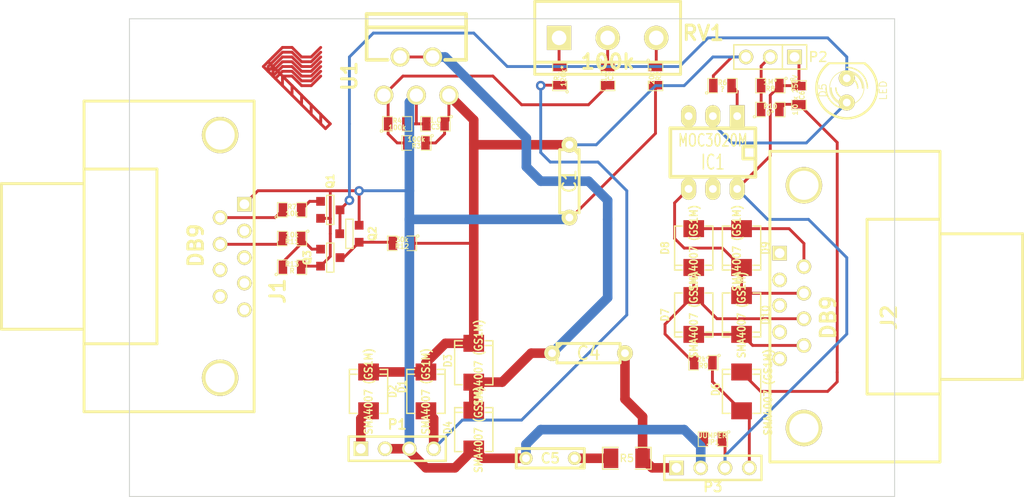
<source format=kicad_pcb>
(kicad_pcb (version 3) (host pcbnew "(22-Jun-2014 BZR 4027)-stable")

  (general
    (links 72)
    (no_connects 0)
    (area -0.050001 -0.050001 80.050001 50.050001)
    (thickness 1.6)
    (drawings 9)
    (tracks 268)
    (zones 0)
    (modules 41)
    (nets 28)
  )

  (page A3)
  (layers
    (15 F.Cu signal)
    (0 B.Cu signal)
    (16 B.Adhes user)
    (17 F.Adhes user)
    (18 B.Paste user)
    (19 F.Paste user)
    (20 B.SilkS user)
    (21 F.SilkS user)
    (22 B.Mask user)
    (23 F.Mask user)
    (24 Dwgs.User user)
    (25 Cmts.User user)
    (26 Eco1.User user)
    (27 Eco2.User user)
    (28 Edge.Cuts user)
  )

  (setup
    (last_trace_width 0.3)
    (trace_clearance 0.3)
    (zone_clearance 0.508)
    (zone_45_only no)
    (trace_min 0.254)
    (segment_width 0.2)
    (edge_width 0.1)
    (via_size 1)
    (via_drill 0.5)
    (via_min_size 0.889)
    (via_min_drill 0.5)
    (uvia_size 0.508)
    (uvia_drill 0.127)
    (uvias_allowed no)
    (uvia_min_size 0.508)
    (uvia_min_drill 0.127)
    (pcb_text_width 0.3)
    (pcb_text_size 1.5 1.5)
    (mod_edge_width 0.15)
    (mod_text_size 1 1)
    (mod_text_width 0.15)
    (pad_size 2.5 2.5)
    (pad_drill 1.39954)
    (pad_to_mask_clearance 0)
    (aux_axis_origin 0 0)
    (visible_elements FFFFFFBF)
    (pcbplotparams
      (layerselection 3178497)
      (usegerberextensions true)
      (excludeedgelayer true)
      (linewidth 0.150000)
      (plotframeref false)
      (viasonmask false)
      (mode 1)
      (useauxorigin false)
      (hpglpennumber 1)
      (hpglpenspeed 20)
      (hpglpendiameter 15)
      (hpglpenoverlay 2)
      (psnegative false)
      (psa4output false)
      (plotreference true)
      (plotvalue true)
      (plotothertext true)
      (plotinvisibletext false)
      (padsonsilk false)
      (subtractmaskfromsilk false)
      (outputformat 1)
      (mirror false)
      (drillshape 1)
      (scaleselection 1)
      (outputdirectory ""))
  )

  (net 0 "")
  (net 1 GND)
  (net 2 N-000001)
  (net 3 N-0000010)
  (net 4 N-0000011)
  (net 5 N-0000012)
  (net 6 N-0000013)
  (net 7 N-0000014)
  (net 8 N-0000016)
  (net 9 N-0000018)
  (net 10 N-0000019)
  (net 11 N-000002)
  (net 12 N-0000020)
  (net 13 N-0000021)
  (net 14 N-0000022)
  (net 15 N-0000023)
  (net 16 N-0000024)
  (net 17 N-0000025)
  (net 18 N-000003)
  (net 19 N-0000031)
  (net 20 N-0000032)
  (net 21 N-000004)
  (net 22 N-000005)
  (net 23 N-000006)
  (net 24 N-000007)
  (net 25 N-000008)
  (net 26 N-000009)
  (net 27 VCC)

  (net_class Default "Это класс цепей по умолчанию."
    (clearance 0.3)
    (trace_width 0.3)
    (via_dia 1)
    (via_drill 0.5)
    (uvia_dia 0.508)
    (uvia_drill 0.127)
    (add_net "")
    (add_net GND)
    (add_net N-000001)
    (add_net N-0000010)
    (add_net N-0000011)
    (add_net N-0000012)
    (add_net N-0000013)
    (add_net N-0000014)
    (add_net N-0000016)
    (add_net N-0000018)
    (add_net N-0000019)
    (add_net N-000002)
    (add_net N-0000020)
    (add_net N-0000021)
    (add_net N-0000022)
    (add_net N-0000023)
    (add_net N-0000024)
    (add_net N-0000025)
    (add_net N-000003)
    (add_net N-0000031)
    (add_net N-0000032)
    (add_net N-000004)
    (add_net N-000005)
    (add_net N-000006)
    (add_net N-000007)
    (add_net N-000008)
    (add_net N-000009)
    (add_net VCC)
  )

  (module SOT23EBC (layer F.Cu) (tedit 3F980186) (tstamp 56C0EA1B)
    (at 21 25 90)
    (descr "Module CMS SOT23 Transistore EBC")
    (tags "CMS SOT")
    (path /56AA18E2)
    (attr smd)
    (fp_text reference Q3 (at 0 -2.413 90) (layer F.SilkS)
      (effects (font (size 0.762 0.762) (thickness 0.2032)))
    )
    (fp_text value BC847 (at 0 0 90) (layer F.SilkS) hide
      (effects (font (size 0.762 0.762) (thickness 0.2032)))
    )
    (fp_line (start -1.524 -0.381) (end 1.524 -0.381) (layer F.SilkS) (width 0.127))
    (fp_line (start 1.524 -0.381) (end 1.524 0.381) (layer F.SilkS) (width 0.127))
    (fp_line (start 1.524 0.381) (end -1.524 0.381) (layer F.SilkS) (width 0.127))
    (fp_line (start -1.524 0.381) (end -1.524 -0.381) (layer F.SilkS) (width 0.127))
    (pad 1 smd rect (at -0.889 -1.016 90) (size 0.9144 0.9144)
      (layers F.Cu F.Paste F.Mask)
      (net 1 GND)
    )
    (pad 2 smd rect (at 0.889 -1.016 90) (size 0.9144 0.9144)
      (layers F.Cu F.Paste F.Mask)
      (net 8 N-0000016)
    )
    (pad 3 smd rect (at 0 1.016 90) (size 0.9144 0.9144)
      (layers F.Cu F.Paste F.Mask)
      (net 7 N-0000014)
    )
    (model smd/cms_sot23.wrl
      (at (xyz 0 0 0))
      (scale (xyz 0.13 0.15 0.15))
      (rotate (xyz 0 0 0))
    )
  )

  (module SOT23EBC (layer F.Cu) (tedit 3F980186) (tstamp 56C0EA26)
    (at 23 22.5 270)
    (descr "Module CMS SOT23 Transistore EBC")
    (tags "CMS SOT")
    (path /56AA1689)
    (attr smd)
    (fp_text reference Q2 (at 0 -2.413 270) (layer F.SilkS)
      (effects (font (size 0.762 0.762) (thickness 0.2032)))
    )
    (fp_text value BC847 (at 0 0 270) (layer F.SilkS) hide
      (effects (font (size 0.762 0.762) (thickness 0.2032)))
    )
    (fp_line (start -1.524 -0.381) (end 1.524 -0.381) (layer F.SilkS) (width 0.127))
    (fp_line (start 1.524 -0.381) (end 1.524 0.381) (layer F.SilkS) (width 0.127))
    (fp_line (start 1.524 0.381) (end -1.524 0.381) (layer F.SilkS) (width 0.127))
    (fp_line (start -1.524 0.381) (end -1.524 -0.381) (layer F.SilkS) (width 0.127))
    (pad 1 smd rect (at -0.889 -1.016 270) (size 0.9144 0.9144)
      (layers F.Cu F.Paste F.Mask)
      (net 1 GND)
    )
    (pad 2 smd rect (at 0.889 -1.016 270) (size 0.9144 0.9144)
      (layers F.Cu F.Paste F.Mask)
      (net 7 N-0000014)
    )
    (pad 3 smd rect (at 0 1.016 270) (size 0.9144 0.9144)
      (layers F.Cu F.Paste F.Mask)
      (net 23 N-000006)
    )
    (model smd/cms_sot23.wrl
      (at (xyz 0 0 0))
      (scale (xyz 0.13 0.15 0.15))
      (rotate (xyz 0 0 0))
    )
  )

  (module SOT23EBC (layer F.Cu) (tedit 56CCB6D8) (tstamp 56C0EA31)
    (at 21 20 90)
    (descr "Module CMS SOT23 Transistore EBC")
    (tags "CMS SOT")
    (path /56AA152D)
    (attr smd)
    (fp_text reference Q1 (at 3 0 90) (layer F.SilkS)
      (effects (font (size 0.762 0.762) (thickness 0.2032)))
    )
    (fp_text value BC847 (at 0 0 90) (layer F.SilkS) hide
      (effects (font (size 0.762 0.762) (thickness 0.2032)))
    )
    (fp_line (start -1.524 -0.381) (end 1.524 -0.381) (layer F.SilkS) (width 0.127))
    (fp_line (start 1.524 -0.381) (end 1.524 0.381) (layer F.SilkS) (width 0.127))
    (fp_line (start 1.524 0.381) (end -1.524 0.381) (layer F.SilkS) (width 0.127))
    (fp_line (start -1.524 0.381) (end -1.524 -0.381) (layer F.SilkS) (width 0.127))
    (pad 1 smd rect (at -0.889 -1.016 90) (size 0.9144 0.9144)
      (layers F.Cu F.Paste F.Mask)
      (net 1 GND)
    )
    (pad 2 smd rect (at 0.889 -1.016 90) (size 0.9144 0.9144)
      (layers F.Cu F.Paste F.Mask)
      (net 14 N-0000022)
    )
    (pad 3 smd rect (at 0 1.016 90) (size 0.9144 0.9144)
      (layers F.Cu F.Paste F.Mask)
      (net 23 N-000006)
    )
    (model smd/cms_sot23.wrl
      (at (xyz 0 0 0))
      (scale (xyz 0.13 0.15 0.15))
      (rotate (xyz 0 0 0))
    )
  )

  (module SM1206 (layer F.Cu) (tedit 42806E24) (tstamp 56C0EA3D)
    (at 52 46 180)
    (path /55F5C7D3)
    (attr smd)
    (fp_text reference R5 (at 0 0 180) (layer F.SilkS)
      (effects (font (size 0.762 0.762) (thickness 0.127)))
    )
    (fp_text value 1 (at 0 0 180) (layer F.SilkS) hide
      (effects (font (size 0.762 0.762) (thickness 0.127)))
    )
    (fp_line (start -2.54 -1.143) (end -2.54 1.143) (layer F.SilkS) (width 0.127))
    (fp_line (start -2.54 1.143) (end -0.889 1.143) (layer F.SilkS) (width 0.127))
    (fp_line (start 0.889 -1.143) (end 2.54 -1.143) (layer F.SilkS) (width 0.127))
    (fp_line (start 2.54 -1.143) (end 2.54 1.143) (layer F.SilkS) (width 0.127))
    (fp_line (start 2.54 1.143) (end 0.889 1.143) (layer F.SilkS) (width 0.127))
    (fp_line (start -0.889 -1.143) (end -2.54 -1.143) (layer F.SilkS) (width 0.127))
    (pad 1 smd rect (at -1.651 0 180) (size 1.524 2.032)
      (layers F.Cu F.Paste F.Mask)
      (net 16 N-0000024)
    )
    (pad 2 smd rect (at 1.651 0 180) (size 1.524 2.032)
      (layers F.Cu F.Paste F.Mask)
      (net 24 N-000007)
    )
    (model smd/chip_cms.wrl
      (at (xyz 0 0 0))
      (scale (xyz 0.17 0.16 0.16))
      (rotate (xyz 0 0 0))
    )
  )

  (module SM0805 (layer F.Cu) (tedit 5091495C) (tstamp 56C0EA4A)
    (at 32 11 180)
    (path /55F5C733)
    (attr smd)
    (fp_text reference C3 (at 0 -0.3175 180) (layer F.SilkS)
      (effects (font (size 0.50038 0.50038) (thickness 0.10922)))
    )
    (fp_text value 1.0 (at 0 0.381 180) (layer F.SilkS)
      (effects (font (size 0.50038 0.50038) (thickness 0.10922)))
    )
    (fp_circle (center -1.651 0.762) (end -1.651 0.635) (layer F.SilkS) (width 0.09906))
    (fp_line (start -0.508 0.762) (end -1.524 0.762) (layer F.SilkS) (width 0.09906))
    (fp_line (start -1.524 0.762) (end -1.524 -0.762) (layer F.SilkS) (width 0.09906))
    (fp_line (start -1.524 -0.762) (end -0.508 -0.762) (layer F.SilkS) (width 0.09906))
    (fp_line (start 0.508 -0.762) (end 1.524 -0.762) (layer F.SilkS) (width 0.09906))
    (fp_line (start 1.524 -0.762) (end 1.524 0.762) (layer F.SilkS) (width 0.09906))
    (fp_line (start 1.524 0.762) (end 0.508 0.762) (layer F.SilkS) (width 0.09906))
    (pad 1 smd rect (at -0.9525 0 180) (size 0.889 1.397)
      (layers F.Cu F.Paste F.Mask)
      (net 27 VCC)
    )
    (pad 2 smd rect (at 0.9525 0 180) (size 0.889 1.397)
      (layers F.Cu F.Paste F.Mask)
      (net 1 GND)
    )
    (model smd/chip_cms.wrl
      (at (xyz 0 0 0))
      (scale (xyz 0.1 0.1 0.1))
      (rotate (xyz 0 0 0))
    )
  )

  (module SM0805 (layer F.Cu) (tedit 5091495C) (tstamp 56C0EA57)
    (at 67 7 180)
    (path /56C0EB3D)
    (attr smd)
    (fp_text reference R8 (at 0 -0.3175 180) (layer F.SilkS)
      (effects (font (size 0.50038 0.50038) (thickness 0.10922)))
    )
    (fp_text value 1M* (at 0 0.381 180) (layer F.SilkS)
      (effects (font (size 0.50038 0.50038) (thickness 0.10922)))
    )
    (fp_circle (center -1.651 0.762) (end -1.651 0.635) (layer F.SilkS) (width 0.09906))
    (fp_line (start -0.508 0.762) (end -1.524 0.762) (layer F.SilkS) (width 0.09906))
    (fp_line (start -1.524 0.762) (end -1.524 -0.762) (layer F.SilkS) (width 0.09906))
    (fp_line (start -1.524 -0.762) (end -0.508 -0.762) (layer F.SilkS) (width 0.09906))
    (fp_line (start 0.508 -0.762) (end 1.524 -0.762) (layer F.SilkS) (width 0.09906))
    (fp_line (start 1.524 -0.762) (end 1.524 0.762) (layer F.SilkS) (width 0.09906))
    (fp_line (start 1.524 0.762) (end 0.508 0.762) (layer F.SilkS) (width 0.09906))
    (pad 1 smd rect (at -0.9525 0 180) (size 0.889 1.397)
      (layers F.Cu F.Paste F.Mask)
      (net 17 N-0000025)
    )
    (pad 2 smd rect (at 0.9525 0 180) (size 0.889 1.397)
      (layers F.Cu F.Paste F.Mask)
      (net 18 N-000003)
    )
    (model smd/chip_cms.wrl
      (at (xyz 0 0 0))
      (scale (xyz 0.1 0.1 0.1))
      (rotate (xyz 0 0 0))
    )
  )

  (module SM0805 (layer F.Cu) (tedit 5091495C) (tstamp 56C0EA64)
    (at 67 9.5)
    (path /56C0EB18)
    (attr smd)
    (fp_text reference R10 (at 0 -0.3175) (layer F.SilkS)
      (effects (font (size 0.50038 0.50038) (thickness 0.10922)))
    )
    (fp_text value 0* (at 0 0.381) (layer F.SilkS)
      (effects (font (size 0.50038 0.50038) (thickness 0.10922)))
    )
    (fp_circle (center -1.651 0.762) (end -1.651 0.635) (layer F.SilkS) (width 0.09906))
    (fp_line (start -0.508 0.762) (end -1.524 0.762) (layer F.SilkS) (width 0.09906))
    (fp_line (start -1.524 0.762) (end -1.524 -0.762) (layer F.SilkS) (width 0.09906))
    (fp_line (start -1.524 -0.762) (end -0.508 -0.762) (layer F.SilkS) (width 0.09906))
    (fp_line (start 0.508 -0.762) (end 1.524 -0.762) (layer F.SilkS) (width 0.09906))
    (fp_line (start 1.524 -0.762) (end 1.524 0.762) (layer F.SilkS) (width 0.09906))
    (fp_line (start 1.524 0.762) (end 0.508 0.762) (layer F.SilkS) (width 0.09906))
    (pad 1 smd rect (at -0.9525 0) (size 0.889 1.397)
      (layers F.Cu F.Paste F.Mask)
      (net 18 N-000003)
    )
    (pad 2 smd rect (at 0.9525 0) (size 0.889 1.397)
      (layers F.Cu F.Paste F.Mask)
      (net 15 N-0000023)
    )
    (model smd/chip_cms.wrl
      (at (xyz 0 0 0))
      (scale (xyz 0.1 0.1 0.1))
      (rotate (xyz 0 0 0))
    )
  )

  (module SM0805 (layer F.Cu) (tedit 5091495C) (tstamp 56C0EA71)
    (at 61 44 180)
    (path /56C0E74D)
    (attr smd)
    (fp_text reference JP1 (at 0 -0.3175 180) (layer F.SilkS)
      (effects (font (size 0.50038 0.50038) (thickness 0.10922)))
    )
    (fp_text value JUMPER (at 0 0.381 180) (layer F.SilkS)
      (effects (font (size 0.50038 0.50038) (thickness 0.10922)))
    )
    (fp_circle (center -1.651 0.762) (end -1.651 0.635) (layer F.SilkS) (width 0.09906))
    (fp_line (start -0.508 0.762) (end -1.524 0.762) (layer F.SilkS) (width 0.09906))
    (fp_line (start -1.524 0.762) (end -1.524 -0.762) (layer F.SilkS) (width 0.09906))
    (fp_line (start -1.524 -0.762) (end -0.508 -0.762) (layer F.SilkS) (width 0.09906))
    (fp_line (start 0.508 -0.762) (end 1.524 -0.762) (layer F.SilkS) (width 0.09906))
    (fp_line (start 1.524 -0.762) (end 1.524 0.762) (layer F.SilkS) (width 0.09906))
    (fp_line (start 1.524 0.762) (end 0.508 0.762) (layer F.SilkS) (width 0.09906))
    (pad 1 smd rect (at -0.9525 0 180) (size 0.889 1.397)
      (layers F.Cu F.Paste F.Mask)
      (net 17 N-0000025)
    )
    (pad 2 smd rect (at 0.9525 0 180) (size 0.889 1.397)
      (layers F.Cu F.Paste F.Mask)
      (net 1 GND)
    )
    (model smd/chip_cms.wrl
      (at (xyz 0 0 0))
      (scale (xyz 0.1 0.1 0.1))
      (rotate (xyz 0 0 0))
    )
  )

  (module SM0805 (layer F.Cu) (tedit 5091495C) (tstamp 56C0EA7E)
    (at 17 23 180)
    (path /56AA1A52)
    (attr smd)
    (fp_text reference R11 (at 0 -0.3175 180) (layer F.SilkS)
      (effects (font (size 0.50038 0.50038) (thickness 0.10922)))
    )
    (fp_text value 10k (at 0 0.381 180) (layer F.SilkS)
      (effects (font (size 0.50038 0.50038) (thickness 0.10922)))
    )
    (fp_circle (center -1.651 0.762) (end -1.651 0.635) (layer F.SilkS) (width 0.09906))
    (fp_line (start -0.508 0.762) (end -1.524 0.762) (layer F.SilkS) (width 0.09906))
    (fp_line (start -1.524 0.762) (end -1.524 -0.762) (layer F.SilkS) (width 0.09906))
    (fp_line (start -1.524 -0.762) (end -0.508 -0.762) (layer F.SilkS) (width 0.09906))
    (fp_line (start 0.508 -0.762) (end 1.524 -0.762) (layer F.SilkS) (width 0.09906))
    (fp_line (start 1.524 -0.762) (end 1.524 0.762) (layer F.SilkS) (width 0.09906))
    (fp_line (start 1.524 0.762) (end 0.508 0.762) (layer F.SilkS) (width 0.09906))
    (pad 1 smd rect (at -0.9525 0 180) (size 0.889 1.397)
      (layers F.Cu F.Paste F.Mask)
      (net 8 N-0000016)
    )
    (pad 2 smd rect (at 0.9525 0 180) (size 0.889 1.397)
      (layers F.Cu F.Paste F.Mask)
      (net 12 N-0000020)
    )
    (model smd/chip_cms.wrl
      (at (xyz 0 0 0))
      (scale (xyz 0.1 0.1 0.1))
      (rotate (xyz 0 0 0))
    )
  )

  (module SM0805 (layer F.Cu) (tedit 5091495C) (tstamp 56C0EA8B)
    (at 60 36 180)
    (path /56A8AAC2)
    (attr smd)
    (fp_text reference R9 (at 0 -0.3175 180) (layer F.SilkS)
      (effects (font (size 0.50038 0.50038) (thickness 0.10922)))
    )
    (fp_text value 2k* (at 0 0.381 180) (layer F.SilkS)
      (effects (font (size 0.50038 0.50038) (thickness 0.10922)))
    )
    (fp_circle (center -1.651 0.762) (end -1.651 0.635) (layer F.SilkS) (width 0.09906))
    (fp_line (start -0.508 0.762) (end -1.524 0.762) (layer F.SilkS) (width 0.09906))
    (fp_line (start -1.524 0.762) (end -1.524 -0.762) (layer F.SilkS) (width 0.09906))
    (fp_line (start -1.524 -0.762) (end -0.508 -0.762) (layer F.SilkS) (width 0.09906))
    (fp_line (start 0.508 -0.762) (end 1.524 -0.762) (layer F.SilkS) (width 0.09906))
    (fp_line (start 1.524 -0.762) (end 1.524 0.762) (layer F.SilkS) (width 0.09906))
    (fp_line (start 1.524 0.762) (end 0.508 0.762) (layer F.SilkS) (width 0.09906))
    (pad 1 smd rect (at -0.9525 0 180) (size 0.889 1.397)
      (layers F.Cu F.Paste F.Mask)
      (net 5 N-0000012)
    )
    (pad 2 smd rect (at 0.9525 0 180) (size 0.889 1.397)
      (layers F.Cu F.Paste F.Mask)
      (net 2 N-000001)
    )
    (model smd/chip_cms.wrl
      (at (xyz 0 0 0))
      (scale (xyz 0.1 0.1 0.1))
      (rotate (xyz 0 0 0))
    )
  )

  (module SM0805 (layer F.Cu) (tedit 5091495C) (tstamp 56C0EA98)
    (at 55 6 270)
    (path /55F71EBA)
    (attr smd)
    (fp_text reference R2 (at 0 -0.3175 270) (layer F.SilkS)
      (effects (font (size 0.50038 0.50038) (thickness 0.10922)))
    )
    (fp_text value 20k* (at 0 0.381 270) (layer F.SilkS)
      (effects (font (size 0.50038 0.50038) (thickness 0.10922)))
    )
    (fp_circle (center -1.651 0.762) (end -1.651 0.635) (layer F.SilkS) (width 0.09906))
    (fp_line (start -0.508 0.762) (end -1.524 0.762) (layer F.SilkS) (width 0.09906))
    (fp_line (start -1.524 0.762) (end -1.524 -0.762) (layer F.SilkS) (width 0.09906))
    (fp_line (start -1.524 -0.762) (end -0.508 -0.762) (layer F.SilkS) (width 0.09906))
    (fp_line (start 0.508 -0.762) (end 1.524 -0.762) (layer F.SilkS) (width 0.09906))
    (fp_line (start 1.524 -0.762) (end 1.524 0.762) (layer F.SilkS) (width 0.09906))
    (fp_line (start 1.524 0.762) (end 0.508 0.762) (layer F.SilkS) (width 0.09906))
    (pad 1 smd rect (at -0.9525 0 270) (size 0.889 1.397)
      (layers F.Cu F.Paste F.Mask)
      (net 26 N-000009)
    )
    (pad 2 smd rect (at 0.9525 0 270) (size 0.889 1.397)
      (layers F.Cu F.Paste F.Mask)
      (net 1 GND)
    )
    (model smd/chip_cms.wrl
      (at (xyz 0 0 0))
      (scale (xyz 0.1 0.1 0.1))
      (rotate (xyz 0 0 0))
    )
  )

  (module SM0805 (layer F.Cu) (tedit 5091495C) (tstamp 56C0EAA5)
    (at 45 6 90)
    (path /55F5CA8C)
    (attr smd)
    (fp_text reference R1 (at 0 -0.3175 90) (layer F.SilkS)
      (effects (font (size 0.50038 0.50038) (thickness 0.10922)))
    )
    (fp_text value 120k* (at 0 0.381 90) (layer F.SilkS)
      (effects (font (size 0.50038 0.50038) (thickness 0.10922)))
    )
    (fp_circle (center -1.651 0.762) (end -1.651 0.635) (layer F.SilkS) (width 0.09906))
    (fp_line (start -0.508 0.762) (end -1.524 0.762) (layer F.SilkS) (width 0.09906))
    (fp_line (start -1.524 0.762) (end -1.524 -0.762) (layer F.SilkS) (width 0.09906))
    (fp_line (start -1.524 -0.762) (end -0.508 -0.762) (layer F.SilkS) (width 0.09906))
    (fp_line (start 0.508 -0.762) (end 1.524 -0.762) (layer F.SilkS) (width 0.09906))
    (fp_line (start 1.524 -0.762) (end 1.524 0.762) (layer F.SilkS) (width 0.09906))
    (fp_line (start 1.524 0.762) (end 0.508 0.762) (layer F.SilkS) (width 0.09906))
    (pad 1 smd rect (at -0.9525 0 90) (size 0.889 1.397)
      (layers F.Cu F.Paste F.Mask)
      (net 4 N-0000011)
    )
    (pad 2 smd rect (at 0.9525 0 90) (size 0.889 1.397)
      (layers F.Cu F.Paste F.Mask)
      (net 3 N-0000010)
    )
    (model smd/chip_cms.wrl
      (at (xyz 0 0 0))
      (scale (xyz 0.1 0.1 0.1))
      (rotate (xyz 0 0 0))
    )
  )

  (module SM0805 (layer F.Cu) (tedit 5091495C) (tstamp 56C0EAB2)
    (at 50 6 270)
    (path /55F5C935)
    (attr smd)
    (fp_text reference C2 (at 0 -0.3175 270) (layer F.SilkS)
      (effects (font (size 0.50038 0.50038) (thickness 0.10922)))
    )
    (fp_text value 1.0 (at 0 0.381 270) (layer F.SilkS)
      (effects (font (size 0.50038 0.50038) (thickness 0.10922)))
    )
    (fp_circle (center -1.651 0.762) (end -1.651 0.635) (layer F.SilkS) (width 0.09906))
    (fp_line (start -0.508 0.762) (end -1.524 0.762) (layer F.SilkS) (width 0.09906))
    (fp_line (start -1.524 0.762) (end -1.524 -0.762) (layer F.SilkS) (width 0.09906))
    (fp_line (start -1.524 -0.762) (end -0.508 -0.762) (layer F.SilkS) (width 0.09906))
    (fp_line (start 0.508 -0.762) (end 1.524 -0.762) (layer F.SilkS) (width 0.09906))
    (fp_line (start 1.524 -0.762) (end 1.524 0.762) (layer F.SilkS) (width 0.09906))
    (fp_line (start 1.524 0.762) (end 0.508 0.762) (layer F.SilkS) (width 0.09906))
    (pad 1 smd rect (at -0.9525 0 270) (size 0.889 1.397)
      (layers F.Cu F.Paste F.Mask)
      (net 25 N-000008)
    )
    (pad 2 smd rect (at 0.9525 0 270) (size 0.889 1.397)
      (layers F.Cu F.Paste F.Mask)
      (net 21 N-000004)
    )
    (model smd/chip_cms.wrl
      (at (xyz 0 0 0))
      (scale (xyz 0.1 0.1 0.1))
      (rotate (xyz 0 0 0))
    )
  )

  (module SM0805 (layer F.Cu) (tedit 5091495C) (tstamp 56C0EABF)
    (at 30 13 180)
    (path /55F5C90D)
    (attr smd)
    (fp_text reference R3 (at 0 -0.3175 180) (layer F.SilkS)
      (effects (font (size 0.50038 0.50038) (thickness 0.10922)))
    )
    (fp_text value 100k (at 0 0.381 180) (layer F.SilkS)
      (effects (font (size 0.50038 0.50038) (thickness 0.10922)))
    )
    (fp_circle (center -1.651 0.762) (end -1.651 0.635) (layer F.SilkS) (width 0.09906))
    (fp_line (start -0.508 0.762) (end -1.524 0.762) (layer F.SilkS) (width 0.09906))
    (fp_line (start -1.524 0.762) (end -1.524 -0.762) (layer F.SilkS) (width 0.09906))
    (fp_line (start -1.524 -0.762) (end -0.508 -0.762) (layer F.SilkS) (width 0.09906))
    (fp_line (start 0.508 -0.762) (end 1.524 -0.762) (layer F.SilkS) (width 0.09906))
    (fp_line (start 1.524 -0.762) (end 1.524 0.762) (layer F.SilkS) (width 0.09906))
    (fp_line (start 1.524 0.762) (end 0.508 0.762) (layer F.SilkS) (width 0.09906))
    (pad 1 smd rect (at -0.9525 0 180) (size 0.889 1.397)
      (layers F.Cu F.Paste F.Mask)
      (net 27 VCC)
    )
    (pad 2 smd rect (at 0.9525 0 180) (size 0.889 1.397)
      (layers F.Cu F.Paste F.Mask)
      (net 21 N-000004)
    )
    (model smd/chip_cms.wrl
      (at (xyz 0 0 0))
      (scale (xyz 0.1 0.1 0.1))
      (rotate (xyz 0 0 0))
    )
  )

  (module SM0805 (layer F.Cu) (tedit 5091495C) (tstamp 56C0EACC)
    (at 28 11)
    (path /55F5C926)
    (attr smd)
    (fp_text reference R4 (at 0 -0.3175) (layer F.SilkS)
      (effects (font (size 0.50038 0.50038) (thickness 0.10922)))
    )
    (fp_text value 100k (at 0 0.381) (layer F.SilkS)
      (effects (font (size 0.50038 0.50038) (thickness 0.10922)))
    )
    (fp_circle (center -1.651 0.762) (end -1.651 0.635) (layer F.SilkS) (width 0.09906))
    (fp_line (start -0.508 0.762) (end -1.524 0.762) (layer F.SilkS) (width 0.09906))
    (fp_line (start -1.524 0.762) (end -1.524 -0.762) (layer F.SilkS) (width 0.09906))
    (fp_line (start -1.524 -0.762) (end -0.508 -0.762) (layer F.SilkS) (width 0.09906))
    (fp_line (start 0.508 -0.762) (end 1.524 -0.762) (layer F.SilkS) (width 0.09906))
    (fp_line (start 1.524 -0.762) (end 1.524 0.762) (layer F.SilkS) (width 0.09906))
    (fp_line (start 1.524 0.762) (end 0.508 0.762) (layer F.SilkS) (width 0.09906))
    (pad 1 smd rect (at -0.9525 0) (size 0.889 1.397)
      (layers F.Cu F.Paste F.Mask)
      (net 21 N-000004)
    )
    (pad 2 smd rect (at 0.9525 0) (size 0.889 1.397)
      (layers F.Cu F.Paste F.Mask)
      (net 1 GND)
    )
    (model smd/chip_cms.wrl
      (at (xyz 0 0 0))
      (scale (xyz 0.1 0.1 0.1))
      (rotate (xyz 0 0 0))
    )
  )

  (module SM0805 (layer F.Cu) (tedit 5091495C) (tstamp 56C0EAD9)
    (at 70 8 270)
    (path /55F5C8DB)
    (attr smd)
    (fp_text reference C6 (at 0 -0.3175 270) (layer F.SilkS)
      (effects (font (size 0.50038 0.50038) (thickness 0.10922)))
    )
    (fp_text value "1.0 x 250V" (at 0 0.381 270) (layer F.SilkS)
      (effects (font (size 0.50038 0.50038) (thickness 0.10922)))
    )
    (fp_circle (center -1.651 0.762) (end -1.651 0.635) (layer F.SilkS) (width 0.09906))
    (fp_line (start -0.508 0.762) (end -1.524 0.762) (layer F.SilkS) (width 0.09906))
    (fp_line (start -1.524 0.762) (end -1.524 -0.762) (layer F.SilkS) (width 0.09906))
    (fp_line (start -1.524 -0.762) (end -0.508 -0.762) (layer F.SilkS) (width 0.09906))
    (fp_line (start 0.508 -0.762) (end 1.524 -0.762) (layer F.SilkS) (width 0.09906))
    (fp_line (start 1.524 -0.762) (end 1.524 0.762) (layer F.SilkS) (width 0.09906))
    (fp_line (start 1.524 0.762) (end 0.508 0.762) (layer F.SilkS) (width 0.09906))
    (pad 1 smd rect (at -0.9525 0 270) (size 0.889 1.397)
      (layers F.Cu F.Paste F.Mask)
      (net 17 N-0000025)
    )
    (pad 2 smd rect (at 0.9525 0 270) (size 0.889 1.397)
      (layers F.Cu F.Paste F.Mask)
      (net 15 N-0000023)
    )
    (model smd/chip_cms.wrl
      (at (xyz 0 0 0))
      (scale (xyz 0.1 0.1 0.1))
      (rotate (xyz 0 0 0))
    )
  )

  (module SM0805 (layer F.Cu) (tedit 5091495C) (tstamp 56C0EAE6)
    (at 17 20)
    (path /55F5C7F1)
    (attr smd)
    (fp_text reference R7 (at 0 -0.3175) (layer F.SilkS)
      (effects (font (size 0.50038 0.50038) (thickness 0.10922)))
    )
    (fp_text value 10k (at 0 0.381) (layer F.SilkS)
      (effects (font (size 0.50038 0.50038) (thickness 0.10922)))
    )
    (fp_circle (center -1.651 0.762) (end -1.651 0.635) (layer F.SilkS) (width 0.09906))
    (fp_line (start -0.508 0.762) (end -1.524 0.762) (layer F.SilkS) (width 0.09906))
    (fp_line (start -1.524 0.762) (end -1.524 -0.762) (layer F.SilkS) (width 0.09906))
    (fp_line (start -1.524 -0.762) (end -0.508 -0.762) (layer F.SilkS) (width 0.09906))
    (fp_line (start 0.508 -0.762) (end 1.524 -0.762) (layer F.SilkS) (width 0.09906))
    (fp_line (start 1.524 -0.762) (end 1.524 0.762) (layer F.SilkS) (width 0.09906))
    (fp_line (start 1.524 0.762) (end 0.508 0.762) (layer F.SilkS) (width 0.09906))
    (pad 1 smd rect (at -0.9525 0) (size 0.889 1.397)
      (layers F.Cu F.Paste F.Mask)
      (net 13 N-0000021)
    )
    (pad 2 smd rect (at 0.9525 0) (size 0.889 1.397)
      (layers F.Cu F.Paste F.Mask)
      (net 14 N-0000022)
    )
    (model smd/chip_cms.wrl
      (at (xyz 0 0 0))
      (scale (xyz 0.1 0.1 0.1))
      (rotate (xyz 0 0 0))
    )
  )

  (module SM0805 (layer F.Cu) (tedit 5091495C) (tstamp 56C0EAF3)
    (at 62 7)
    (path /55F5C82F)
    (attr smd)
    (fp_text reference R6 (at 0 -0.3175) (layer F.SilkS)
      (effects (font (size 0.50038 0.50038) (thickness 0.10922)))
    )
    (fp_text value ? (at 0 0.381) (layer F.SilkS)
      (effects (font (size 0.50038 0.50038) (thickness 0.10922)))
    )
    (fp_circle (center -1.651 0.762) (end -1.651 0.635) (layer F.SilkS) (width 0.09906))
    (fp_line (start -0.508 0.762) (end -1.524 0.762) (layer F.SilkS) (width 0.09906))
    (fp_line (start -1.524 0.762) (end -1.524 -0.762) (layer F.SilkS) (width 0.09906))
    (fp_line (start -1.524 -0.762) (end -0.508 -0.762) (layer F.SilkS) (width 0.09906))
    (fp_line (start 0.508 -0.762) (end 1.524 -0.762) (layer F.SilkS) (width 0.09906))
    (fp_line (start 1.524 -0.762) (end 1.524 0.762) (layer F.SilkS) (width 0.09906))
    (fp_line (start 1.524 0.762) (end 0.508 0.762) (layer F.SilkS) (width 0.09906))
    (pad 1 smd rect (at -0.9525 0) (size 0.889 1.397)
      (layers F.Cu F.Paste F.Mask)
      (net 27 VCC)
    )
    (pad 2 smd rect (at 0.9525 0) (size 0.889 1.397)
      (layers F.Cu F.Paste F.Mask)
      (net 9 N-0000018)
    )
    (model smd/chip_cms.wrl
      (at (xyz 0 0 0))
      (scale (xyz 0.1 0.1 0.1))
      (rotate (xyz 0 0 0))
    )
  )

  (module PIN_ARRAY_4x1 (layer F.Cu) (tedit 56CCB6B5) (tstamp 56C0EAFF)
    (at 61 47)
    (descr "Double rangee de contacts 2 x 5 pins")
    (tags CONN)
    (path /56C0E529)
    (fp_text reference P3 (at 0 2) (layer F.SilkS)
      (effects (font (size 1.016 1.016) (thickness 0.2032)))
    )
    (fp_text value CONN_4 (at 0 2.54) (layer F.SilkS) hide
      (effects (font (size 1.016 1.016) (thickness 0.2032)))
    )
    (fp_line (start 5.08 1.27) (end -5.08 1.27) (layer F.SilkS) (width 0.254))
    (fp_line (start 5.08 -1.27) (end -5.08 -1.27) (layer F.SilkS) (width 0.254))
    (fp_line (start -5.08 -1.27) (end -5.08 1.27) (layer F.SilkS) (width 0.254))
    (fp_line (start 5.08 1.27) (end 5.08 -1.27) (layer F.SilkS) (width 0.254))
    (pad 1 thru_hole rect (at -3.81 0) (size 1.524 1.524) (drill 1.016)
      (layers *.Cu *.Mask F.SilkS)
      (net 16 N-0000024)
    )
    (pad 2 thru_hole circle (at -1.27 0) (size 1.524 1.524) (drill 1.016)
      (layers *.Cu *.Mask F.SilkS)
      (net 1 GND)
    )
    (pad 3 thru_hole circle (at 1.27 0) (size 1.524 1.524) (drill 1.016)
      (layers *.Cu *.Mask F.SilkS)
      (net 17 N-0000025)
    )
    (pad 4 thru_hole circle (at 3.81 0) (size 1.524 1.524) (drill 1.016)
      (layers *.Cu *.Mask F.SilkS)
      (net 5 N-0000012)
    )
    (model pin_array\pins_array_4x1.wrl
      (at (xyz 0 0 0))
      (scale (xyz 1 1 1))
      (rotate (xyz 0 0 0))
    )
  )

  (module PIN_ARRAY_4x1 (layer F.Cu) (tedit 4C10F42E) (tstamp 56C0EB0B)
    (at 28 45)
    (descr "Double rangee de contacts 2 x 5 pins")
    (tags CONN)
    (path /56C0E390)
    (fp_text reference P1 (at 0 -2.54) (layer F.SilkS)
      (effects (font (size 1.016 1.016) (thickness 0.2032)))
    )
    (fp_text value CONN_4 (at 0 2.54) (layer F.SilkS) hide
      (effects (font (size 1.016 1.016) (thickness 0.2032)))
    )
    (fp_line (start 5.08 1.27) (end -5.08 1.27) (layer F.SilkS) (width 0.254))
    (fp_line (start 5.08 -1.27) (end -5.08 -1.27) (layer F.SilkS) (width 0.254))
    (fp_line (start -5.08 -1.27) (end -5.08 1.27) (layer F.SilkS) (width 0.254))
    (fp_line (start 5.08 1.27) (end 5.08 -1.27) (layer F.SilkS) (width 0.254))
    (pad 1 thru_hole rect (at -3.81 0) (size 1.524 1.524) (drill 1.016)
      (layers *.Cu *.Mask F.SilkS)
      (net 6 N-0000013)
    )
    (pad 2 thru_hole circle (at -1.27 0) (size 1.524 1.524) (drill 1.016)
      (layers *.Cu *.Mask F.SilkS)
      (net 1 GND)
    )
    (pad 3 thru_hole circle (at 1.27 0) (size 1.524 1.524) (drill 1.016)
      (layers *.Cu *.Mask F.SilkS)
      (net 1 GND)
    )
    (pad 4 thru_hole circle (at 3.81 0) (size 1.524 1.524) (drill 1.016)
      (layers *.Cu *.Mask F.SilkS)
      (net 4 N-0000011)
    )
    (model pin_array\pins_array_4x1.wrl
      (at (xyz 0 0 0))
      (scale (xyz 1 1 1))
      (rotate (xyz 0 0 0))
    )
  )

  (module PIN_ARRAY_3X1 (layer F.Cu) (tedit 56CCB705) (tstamp 56C0EB17)
    (at 67 4 180)
    (descr "Connecteur 3 pins")
    (tags "CONN DEV")
    (path /56C0E834)
    (fp_text reference P2 (at -5 0 180) (layer F.SilkS)
      (effects (font (size 1.016 1.016) (thickness 0.1524)))
    )
    (fp_text value CONN_3 (at 0 -2.159 180) (layer F.SilkS) hide
      (effects (font (size 1.016 1.016) (thickness 0.1524)))
    )
    (fp_line (start -3.81 1.27) (end -3.81 -1.27) (layer F.SilkS) (width 0.1524))
    (fp_line (start -3.81 -1.27) (end 3.81 -1.27) (layer F.SilkS) (width 0.1524))
    (fp_line (start 3.81 -1.27) (end 3.81 1.27) (layer F.SilkS) (width 0.1524))
    (fp_line (start 3.81 1.27) (end -3.81 1.27) (layer F.SilkS) (width 0.1524))
    (fp_line (start -1.27 -1.27) (end -1.27 1.27) (layer F.SilkS) (width 0.1524))
    (pad 1 thru_hole rect (at -2.54 0 180) (size 1.524 1.524) (drill 1.016)
      (layers *.Cu *.Mask F.SilkS)
      (net 17 N-0000025)
    )
    (pad 2 thru_hole circle (at 0 0 180) (size 1.524 1.524) (drill 1.016)
      (layers *.Cu *.Mask F.SilkS)
      (net 18 N-000003)
    )
    (pad 3 thru_hole circle (at 2.54 0 180) (size 1.524 1.524) (drill 1.016)
      (layers *.Cu *.Mask F.SilkS)
      (net 27 VCC)
    )
    (model pin_array/pins_array_3x1.wrl
      (at (xyz 0 0 0))
      (scale (xyz 1 1 1))
      (rotate (xyz 0 0 0))
    )
  )

  (module PENTAWATT (layer F.Cu) (tedit 4FAD3352) (tstamp 56C0EB26)
    (at 30 6)
    (path /55F5C707)
    (fp_text reference U1 (at -7.00024 0 90) (layer F.SilkS)
      (effects (font (size 1.524 1.524) (thickness 0.3048)))
    )
    (fp_text value TDA2030 (at 7.50062 0 90) (layer F.SilkS) hide
      (effects (font (size 1.524 1.524) (thickness 0.3048)))
    )
    (fp_line (start -5.19938 -5.10032) (end 5.19938 -5.10032) (layer F.SilkS) (width 0.381))
    (fp_line (start 5.19938 -1.69926) (end 2.99974 -1.69926) (layer F.SilkS) (width 0.381))
    (fp_line (start -5.19938 -1.69926) (end -2.99974 -1.69926) (layer F.SilkS) (width 0.381))
    (fp_line (start 5.19938 -6.49986) (end 5.19938 -1.69926) (layer F.SilkS) (width 0.381))
    (fp_line (start -5.19938 -6.49986) (end -5.19938 -1.69926) (layer F.SilkS) (width 0.381))
    (fp_line (start 5.19938 -6.49986) (end -5.19938 -6.49986) (layer F.SilkS) (width 0.381))
    (pad 1 thru_hole circle (at -3.40106 1.99898) (size 1.99898 1.99898) (drill 1.39954)
      (layers *.Cu *.Mask F.SilkS)
      (net 21 N-000004)
    )
    (pad 2 thru_hole circle (at -1.69926 -1.99898) (size 1.99898 1.99898) (drill 1.39954)
      (layers *.Cu *.Mask F.SilkS)
      (net 22 N-000005)
    )
    (pad 3 thru_hole circle (at 0 1.99898) (size 1.99898 1.99898) (drill 1.39954)
      (layers *.Cu *.Mask F.SilkS)
      (net 1 GND)
    )
    (pad 4 thru_hole circle (at 1.69926 -1.99898) (size 1.99898 1.99898) (drill 1.39954)
      (layers *.Cu *.Mask F.SilkS)
      (net 22 N-000005)
    )
    (pad 5 thru_hole circle (at 3.40106 1.99898) (size 1.99898 1.99898) (drill 1.39954)
      (layers *.Cu *.Mask F.SilkS)
      (net 27 VCC)
    )
  )

  (module LED-5MM (layer F.Cu) (tedit 56CCB70B) (tstamp 56C0EB35)
    (at 75 7.5 90)
    (descr "LED 5mm - Lead pitch 100mil (2,54mm)")
    (tags "LED led 5mm 5MM 100mil 2,54mm")
    (path /56AA17CD)
    (fp_text reference D5 (at 0 -2.5 90) (layer F.SilkS)
      (effects (font (size 0.762 0.762) (thickness 0.0889)))
    )
    (fp_text value LED (at 0 3.81 90) (layer F.SilkS)
      (effects (font (size 0.762 0.762) (thickness 0.0889)))
    )
    (fp_line (start 2.8448 1.905) (end 2.8448 -1.905) (layer F.SilkS) (width 0.2032))
    (fp_circle (center 0.254 0) (end -1.016 1.27) (layer F.SilkS) (width 0.0762))
    (fp_arc (start 0.254 0) (end 2.794 1.905) (angle 286.2) (layer F.SilkS) (width 0.254))
    (fp_arc (start 0.254 0) (end -0.889 0) (angle 90) (layer F.SilkS) (width 0.1524))
    (fp_arc (start 0.254 0) (end 1.397 0) (angle 90) (layer F.SilkS) (width 0.1524))
    (fp_arc (start 0.254 0) (end -1.397 0) (angle 90) (layer F.SilkS) (width 0.1524))
    (fp_arc (start 0.254 0) (end 1.905 0) (angle 90) (layer F.SilkS) (width 0.1524))
    (fp_arc (start 0.254 0) (end -1.905 0) (angle 90) (layer F.SilkS) (width 0.1524))
    (fp_arc (start 0.254 0) (end 2.413 0) (angle 90) (layer F.SilkS) (width 0.1524))
    (pad 1 thru_hole circle (at -1.27 0 90) (size 1.6764 1.6764) (drill 0.8128)
      (layers *.Cu *.Mask F.SilkS)
      (net 10 N-0000019)
    )
    (pad 2 thru_hole circle (at 1.27 0 90) (size 1.6764 1.6764) (drill 0.8128)
      (layers *.Cu *.Mask F.SilkS)
      (net 23 N-000006)
    )
    (model discret/leds/led5_vertical_verde.wrl
      (at (xyz 0 0 0))
      (scale (xyz 1 1 1))
      (rotate (xyz 0 0 0))
    )
  )

  (module DO_214AA (layer F.Cu) (tedit 56CCB69A) (tstamp 56C0EB43)
    (at 59 24 270)
    (path /56A8C773)
    (attr smd)
    (fp_text reference D8 (at 0 3 270) (layer F.SilkS)
      (effects (font (size 0.8 0.7) (thickness 0.15)))
    )
    (fp_text value "SMA4007 (GS1M)" (at 0 0 270) (layer F.SilkS)
      (effects (font (size 0.8 0.7) (thickness 0.15)))
    )
    (fp_line (start 1.8 2) (end 1.8 1.2) (layer F.SilkS) (width 0.15))
    (fp_line (start 1.8 -2) (end 1.8 -1.2) (layer F.SilkS) (width 0.15))
    (fp_line (start 2.3 -2) (end 2.3 -1.2) (layer F.SilkS) (width 0.15))
    (fp_line (start 2.3 2) (end 2.3 1.2) (layer F.SilkS) (width 0.15))
    (fp_line (start -2.3 2) (end 2.3 2) (layer F.SilkS) (width 0.15))
    (fp_line (start -2.3 1.2) (end -2.3 2) (layer F.SilkS) (width 0.15))
    (fp_line (start -2.3 -2) (end 2.3 -2) (layer F.SilkS) (width 0.15))
    (fp_line (start -2.3 -1.2) (end -2.3 -2) (layer F.SilkS) (width 0.15))
    (pad 1 smd rect (at -2.032 0 270) (size 1.778 2.159)
      (layers F.Cu F.Paste F.Mask)
      (net 19 N-0000031)
    )
    (pad 2 smd rect (at 2.032 0 270) (size 1.778 2.159)
      (layers F.Cu F.Paste F.Mask)
      (net 2 N-000001)
    )
    (model smd\do214.wrl
      (at (xyz 0 0 0))
      (scale (xyz 1 1 1))
      (rotate (xyz 0 0 0))
    )
  )

  (module DO_214AA (layer F.Cu) (tedit 56CCB6CC) (tstamp 56C0EB51)
    (at 31 39 90)
    (path /55F5CADE)
    (attr smd)
    (fp_text reference D1 (at 0.5 -2.5 90) (layer F.SilkS)
      (effects (font (size 0.8 0.7) (thickness 0.15)))
    )
    (fp_text value "SMA4007 (GS1M)" (at 0 0 90) (layer F.SilkS)
      (effects (font (size 0.8 0.7) (thickness 0.15)))
    )
    (fp_line (start 1.8 2) (end 1.8 1.2) (layer F.SilkS) (width 0.15))
    (fp_line (start 1.8 -2) (end 1.8 -1.2) (layer F.SilkS) (width 0.15))
    (fp_line (start 2.3 -2) (end 2.3 -1.2) (layer F.SilkS) (width 0.15))
    (fp_line (start 2.3 2) (end 2.3 1.2) (layer F.SilkS) (width 0.15))
    (fp_line (start -2.3 2) (end 2.3 2) (layer F.SilkS) (width 0.15))
    (fp_line (start -2.3 1.2) (end -2.3 2) (layer F.SilkS) (width 0.15))
    (fp_line (start -2.3 -2) (end 2.3 -2) (layer F.SilkS) (width 0.15))
    (fp_line (start -2.3 -1.2) (end -2.3 -2) (layer F.SilkS) (width 0.15))
    (pad 1 smd rect (at -2.032 0 90) (size 1.778 2.159)
      (layers F.Cu F.Paste F.Mask)
      (net 4 N-0000011)
    )
    (pad 2 smd rect (at 2.032 0 90) (size 1.778 2.159)
      (layers F.Cu F.Paste F.Mask)
      (net 27 VCC)
    )
    (model smd\do214.wrl
      (at (xyz 0 0 0))
      (scale (xyz 1 1 1))
      (rotate (xyz 0 0 0))
    )
  )

  (module DO_214AA (layer F.Cu) (tedit 56CCB6CA) (tstamp 56C0EB5F)
    (at 25 39 90)
    (path /55F5CAED)
    (attr smd)
    (fp_text reference D2 (at 0 2.5 90) (layer F.SilkS)
      (effects (font (size 0.8 0.7) (thickness 0.15)))
    )
    (fp_text value "SMA4007 (GS1M)" (at 0 0 90) (layer F.SilkS)
      (effects (font (size 0.8 0.7) (thickness 0.15)))
    )
    (fp_line (start 1.8 2) (end 1.8 1.2) (layer F.SilkS) (width 0.15))
    (fp_line (start 1.8 -2) (end 1.8 -1.2) (layer F.SilkS) (width 0.15))
    (fp_line (start 2.3 -2) (end 2.3 -1.2) (layer F.SilkS) (width 0.15))
    (fp_line (start 2.3 2) (end 2.3 1.2) (layer F.SilkS) (width 0.15))
    (fp_line (start -2.3 2) (end 2.3 2) (layer F.SilkS) (width 0.15))
    (fp_line (start -2.3 1.2) (end -2.3 2) (layer F.SilkS) (width 0.15))
    (fp_line (start -2.3 -2) (end 2.3 -2) (layer F.SilkS) (width 0.15))
    (fp_line (start -2.3 -1.2) (end -2.3 -2) (layer F.SilkS) (width 0.15))
    (pad 1 smd rect (at -2.032 0 90) (size 1.778 2.159)
      (layers F.Cu F.Paste F.Mask)
      (net 6 N-0000013)
    )
    (pad 2 smd rect (at 2.032 0 90) (size 1.778 2.159)
      (layers F.Cu F.Paste F.Mask)
      (net 27 VCC)
    )
    (model smd\do214.wrl
      (at (xyz 0 0 0))
      (scale (xyz 1 1 1))
      (rotate (xyz 0 0 0))
    )
  )

  (module DO_214AA (layer F.Cu) (tedit 56CCB6CF) (tstamp 56C0EB6D)
    (at 36 36 90)
    (path /55F5C780)
    (attr smd)
    (fp_text reference D3 (at 0.2 -2.7 90) (layer F.SilkS)
      (effects (font (size 0.8 0.7) (thickness 0.15)))
    )
    (fp_text value "SMA4007 (GS1M)" (at 0 0.5 90) (layer F.SilkS)
      (effects (font (size 0.8 0.7) (thickness 0.15)))
    )
    (fp_line (start 1.8 2) (end 1.8 1.2) (layer F.SilkS) (width 0.15))
    (fp_line (start 1.8 -2) (end 1.8 -1.2) (layer F.SilkS) (width 0.15))
    (fp_line (start 2.3 -2) (end 2.3 -1.2) (layer F.SilkS) (width 0.15))
    (fp_line (start 2.3 2) (end 2.3 1.2) (layer F.SilkS) (width 0.15))
    (fp_line (start -2.3 2) (end 2.3 2) (layer F.SilkS) (width 0.15))
    (fp_line (start -2.3 1.2) (end -2.3 2) (layer F.SilkS) (width 0.15))
    (fp_line (start -2.3 -2) (end 2.3 -2) (layer F.SilkS) (width 0.15))
    (fp_line (start -2.3 -1.2) (end -2.3 -2) (layer F.SilkS) (width 0.15))
    (pad 1 smd rect (at -2.032 0 90) (size 1.778 2.159)
      (layers F.Cu F.Paste F.Mask)
      (net 22 N-000005)
    )
    (pad 2 smd rect (at 2.032 0 90) (size 1.778 2.159)
      (layers F.Cu F.Paste F.Mask)
      (net 27 VCC)
    )
    (model smd\do214.wrl
      (at (xyz 0 0 0))
      (scale (xyz 1 1 1))
      (rotate (xyz 0 0 0))
    )
  )

  (module DO_214AA (layer F.Cu) (tedit 51DE929F) (tstamp 56C889FB)
    (at 64 39 90)
    (path /56AA1EE0)
    (attr smd)
    (fp_text reference D6 (at 0.2 -2.7 90) (layer F.SilkS)
      (effects (font (size 0.8 0.7) (thickness 0.15)))
    )
    (fp_text value "SMA4007 (GS1M)" (at -0.088 2.767 90) (layer F.SilkS)
      (effects (font (size 0.8 0.7) (thickness 0.15)))
    )
    (fp_line (start 1.8 2) (end 1.8 1.2) (layer F.SilkS) (width 0.15))
    (fp_line (start 1.8 -2) (end 1.8 -1.2) (layer F.SilkS) (width 0.15))
    (fp_line (start 2.3 -2) (end 2.3 -1.2) (layer F.SilkS) (width 0.15))
    (fp_line (start 2.3 2) (end 2.3 1.2) (layer F.SilkS) (width 0.15))
    (fp_line (start -2.3 2) (end 2.3 2) (layer F.SilkS) (width 0.15))
    (fp_line (start -2.3 1.2) (end -2.3 2) (layer F.SilkS) (width 0.15))
    (fp_line (start -2.3 -2) (end 2.3 -2) (layer F.SilkS) (width 0.15))
    (fp_line (start -2.3 -1.2) (end -2.3 -2) (layer F.SilkS) (width 0.15))
    (pad 1 smd rect (at -2.032 0 90) (size 1.778 2.159)
      (layers F.Cu F.Paste F.Mask)
      (net 5 N-0000012)
    )
    (pad 2 smd rect (at 2.032 0 90) (size 1.778 2.159)
      (layers F.Cu F.Paste F.Mask)
      (net 15 N-0000023)
    )
    (model smd\do214.wrl
      (at (xyz 0 0 0))
      (scale (xyz 1 1 1))
      (rotate (xyz 0 0 0))
    )
  )

  (module DO_214AA (layer F.Cu) (tedit 56CCB6D2) (tstamp 56C0EB89)
    (at 36 43 90)
    (path /55F5C7A7)
    (attr smd)
    (fp_text reference D4 (at 0.2 -2.7 90) (layer F.SilkS)
      (effects (font (size 0.8 0.7) (thickness 0.15)))
    )
    (fp_text value "SMA4007 (GS1M)" (at 0 0.5 90) (layer F.SilkS)
      (effects (font (size 0.8 0.7) (thickness 0.15)))
    )
    (fp_line (start 1.8 2) (end 1.8 1.2) (layer F.SilkS) (width 0.15))
    (fp_line (start 1.8 -2) (end 1.8 -1.2) (layer F.SilkS) (width 0.15))
    (fp_line (start 2.3 -2) (end 2.3 -1.2) (layer F.SilkS) (width 0.15))
    (fp_line (start 2.3 2) (end 2.3 1.2) (layer F.SilkS) (width 0.15))
    (fp_line (start -2.3 2) (end 2.3 2) (layer F.SilkS) (width 0.15))
    (fp_line (start -2.3 1.2) (end -2.3 2) (layer F.SilkS) (width 0.15))
    (fp_line (start -2.3 -2) (end 2.3 -2) (layer F.SilkS) (width 0.15))
    (fp_line (start -2.3 -1.2) (end -2.3 -2) (layer F.SilkS) (width 0.15))
    (pad 1 smd rect (at -2.032 0 90) (size 1.778 2.159)
      (layers F.Cu F.Paste F.Mask)
      (net 1 GND)
    )
    (pad 2 smd rect (at 2.032 0 90) (size 1.778 2.159)
      (layers F.Cu F.Paste F.Mask)
      (net 22 N-000005)
    )
    (model smd\do214.wrl
      (at (xyz 0 0 0))
      (scale (xyz 1 1 1))
      (rotate (xyz 0 0 0))
    )
  )

  (module DO_214AA (layer F.Cu) (tedit 56CCB684) (tstamp 56C0EB97)
    (at 59 31 270)
    (path /56A8AAA4)
    (attr smd)
    (fp_text reference D7 (at 0 3 270) (layer F.SilkS)
      (effects (font (size 0.8 0.7) (thickness 0.15)))
    )
    (fp_text value "SMA4007 (GS1M)" (at 0 0 270) (layer F.SilkS)
      (effects (font (size 0.8 0.7) (thickness 0.15)))
    )
    (fp_line (start 1.8 2) (end 1.8 1.2) (layer F.SilkS) (width 0.15))
    (fp_line (start 1.8 -2) (end 1.8 -1.2) (layer F.SilkS) (width 0.15))
    (fp_line (start 2.3 -2) (end 2.3 -1.2) (layer F.SilkS) (width 0.15))
    (fp_line (start 2.3 2) (end 2.3 1.2) (layer F.SilkS) (width 0.15))
    (fp_line (start -2.3 2) (end 2.3 2) (layer F.SilkS) (width 0.15))
    (fp_line (start -2.3 1.2) (end -2.3 2) (layer F.SilkS) (width 0.15))
    (fp_line (start -2.3 -2) (end 2.3 -2) (layer F.SilkS) (width 0.15))
    (fp_line (start -2.3 -1.2) (end -2.3 -2) (layer F.SilkS) (width 0.15))
    (pad 1 smd rect (at -2.032 0 270) (size 1.778 2.159)
      (layers F.Cu F.Paste F.Mask)
      (net 2 N-000001)
    )
    (pad 2 smd rect (at 2.032 0 270) (size 1.778 2.159)
      (layers F.Cu F.Paste F.Mask)
      (net 11 N-000002)
    )
    (model smd\do214.wrl
      (at (xyz 0 0 0))
      (scale (xyz 1 1 1))
      (rotate (xyz 0 0 0))
    )
  )

  (module DO_214AA (layer F.Cu) (tedit 56CCB6A5) (tstamp 56C0EBA5)
    (at 64 31 270)
    (path /56A8C791)
    (attr smd)
    (fp_text reference D10 (at 0 -2.5 270) (layer F.SilkS)
      (effects (font (size 0.8 0.7) (thickness 0.15)))
    )
    (fp_text value "SMA4007 (GS1M)" (at 0 0 270) (layer F.SilkS)
      (effects (font (size 0.8 0.7) (thickness 0.15)))
    )
    (fp_line (start 1.8 2) (end 1.8 1.2) (layer F.SilkS) (width 0.15))
    (fp_line (start 1.8 -2) (end 1.8 -1.2) (layer F.SilkS) (width 0.15))
    (fp_line (start 2.3 -2) (end 2.3 -1.2) (layer F.SilkS) (width 0.15))
    (fp_line (start 2.3 2) (end 2.3 1.2) (layer F.SilkS) (width 0.15))
    (fp_line (start -2.3 2) (end 2.3 2) (layer F.SilkS) (width 0.15))
    (fp_line (start -2.3 1.2) (end -2.3 2) (layer F.SilkS) (width 0.15))
    (fp_line (start -2.3 -2) (end 2.3 -2) (layer F.SilkS) (width 0.15))
    (fp_line (start -2.3 -1.2) (end -2.3 -2) (layer F.SilkS) (width 0.15))
    (pad 1 smd rect (at -2.032 0 270) (size 1.778 2.159)
      (layers F.Cu F.Paste F.Mask)
      (net 20 N-0000032)
    )
    (pad 2 smd rect (at 2.032 0 270) (size 1.778 2.159)
      (layers F.Cu F.Paste F.Mask)
      (net 11 N-000002)
    )
    (model smd\do214.wrl
      (at (xyz 0 0 0))
      (scale (xyz 1 1 1))
      (rotate (xyz 0 0 0))
    )
  )

  (module DO_214AA (layer F.Cu) (tedit 570BF578) (tstamp 56C0EBB3)
    (at 64 24 270)
    (path /56A8AAE5)
    (attr smd)
    (fp_text reference D9 (at 0 -2.5 270) (layer F.SilkS)
      (effects (font (size 0.8 0.7) (thickness 0.15)))
    )
    (fp_text value "SMA4007 (GS1M)" (at 0 0.5 270) (layer F.SilkS)
      (effects (font (size 0.8 0.7) (thickness 0.15)))
    )
    (fp_line (start 1.8 2) (end 1.8 1.2) (layer F.SilkS) (width 0.15))
    (fp_line (start 1.8 -2) (end 1.8 -1.2) (layer F.SilkS) (width 0.15))
    (fp_line (start 2.3 -2) (end 2.3 -1.2) (layer F.SilkS) (width 0.15))
    (fp_line (start 2.3 2) (end 2.3 1.2) (layer F.SilkS) (width 0.15))
    (fp_line (start -2.3 2) (end 2.3 2) (layer F.SilkS) (width 0.15))
    (fp_line (start -2.3 1.2) (end -2.3 2) (layer F.SilkS) (width 0.15))
    (fp_line (start -2.3 -2) (end 2.3 -2) (layer F.SilkS) (width 0.15))
    (fp_line (start -2.3 -1.2) (end -2.3 -2) (layer F.SilkS) (width 0.15))
    (pad 1 smd rect (at -2.032 0 270) (size 1.778 2.159)
      (layers F.Cu F.Paste F.Mask)
      (net 19 N-0000031)
    )
    (pad 2 smd rect (at 2.032 0 270) (size 1.778 2.159)
      (layers F.Cu F.Paste F.Mask)
      (net 20 N-0000032)
    )
    (model smd\do214.wrl
      (at (xyz 0 0 0))
      (scale (xyz 1 1 1))
      (rotate (xyz 0 0 0))
    )
  )

  (module DB9MC (layer F.Cu) (tedit 56CCB716) (tstamp 56C0EBCC)
    (at 10.75 25 90)
    (descr "Connecteur DB9 male couche")
    (tags "CONN DB9")
    (path /56AA1A2F)
    (fp_text reference J1 (at -3.5 4.75 90) (layer F.SilkS)
      (effects (font (size 1.524 1.524) (thickness 0.3048)))
    )
    (fp_text value DB9 (at 1.27 -3.81 90) (layer F.SilkS)
      (effects (font (size 1.524 1.524) (thickness 0.3048)))
    )
    (fp_line (start -16.129 2.286) (end 16.383 2.286) (layer F.SilkS) (width 0.3048))
    (fp_line (start 16.383 2.286) (end 16.383 -15.494) (layer F.SilkS) (width 0.3048))
    (fp_line (start 16.383 -15.494) (end -16.129 -15.494) (layer F.SilkS) (width 0.3048))
    (fp_line (start -16.129 -15.494) (end -16.129 2.286) (layer F.SilkS) (width 0.3048))
    (fp_line (start -9.017 -15.494) (end -9.017 -7.874) (layer F.SilkS) (width 0.3048))
    (fp_line (start -9.017 -7.874) (end 9.271 -7.874) (layer F.SilkS) (width 0.3048))
    (fp_line (start 9.271 -7.874) (end 9.271 -15.494) (layer F.SilkS) (width 0.3048))
    (fp_line (start -7.493 -15.494) (end -7.493 -24.13) (layer F.SilkS) (width 0.3048))
    (fp_line (start -7.493 -24.13) (end 7.747 -24.13) (layer F.SilkS) (width 0.3048))
    (fp_line (start 7.747 -24.13) (end 7.747 -15.494) (layer F.SilkS) (width 0.3048))
    (pad "" thru_hole circle (at 12.827 -1.27 90) (size 3.81 3.81) (drill 3.048)
      (layers *.Cu *.Mask F.SilkS)
    )
    (pad "" thru_hole circle (at -12.573 -1.27 90) (size 3.81 3.81) (drill 3.048)
      (layers *.Cu *.Mask F.SilkS)
    )
    (pad 1 thru_hole rect (at 5.588 1.27 90) (size 1.524 1.524) (drill 1.016)
      (layers *.Cu *.Mask F.SilkS)
      (net 1 GND)
    )
    (pad 2 thru_hole circle (at 2.794 1.27 90) (size 1.524 1.524) (drill 1.016)
      (layers *.Cu *.Mask F.SilkS)
    )
    (pad 3 thru_hole circle (at 0 1.27 90) (size 1.524 1.524) (drill 1.016)
      (layers *.Cu *.Mask F.SilkS)
    )
    (pad 4 thru_hole circle (at -2.667 1.27 90) (size 1.524 1.524) (drill 1.016)
      (layers *.Cu *.Mask F.SilkS)
    )
    (pad 5 thru_hole circle (at -5.461 1.27 90) (size 1.524 1.524) (drill 1.016)
      (layers *.Cu *.Mask F.SilkS)
    )
    (pad 9 thru_hole circle (at -4.064 -1.27 90) (size 1.524 1.524) (drill 1.016)
      (layers *.Cu *.Mask F.SilkS)
    )
    (pad 8 thru_hole circle (at -1.27 -1.27 90) (size 1.524 1.524) (drill 1.016)
      (layers *.Cu *.Mask F.SilkS)
    )
    (pad 7 thru_hole circle (at 1.397 -1.27 90) (size 1.524 1.524) (drill 1.016)
      (layers *.Cu *.Mask F.SilkS)
      (net 12 N-0000020)
    )
    (pad 6 thru_hole circle (at 4.191 -1.27 90) (size 1.524 1.524) (drill 1.016)
      (layers *.Cu *.Mask F.SilkS)
      (net 13 N-0000021)
    )
    (model conn_DBxx/db9_male_pin90deg.wrl
      (at (xyz 0 0 0))
      (scale (xyz 1 1 1))
      (rotate (xyz 0 0 0))
    )
  )

  (module DB9FC (layer F.Cu) (tedit 200000) (tstamp 56C0EBE5)
    (at 69.25 30 270)
    (descr "Connecteur DB9 femelle couche")
    (tags "CONN DB9")
    (path /56A8C9A4)
    (fp_text reference J2 (at 1.27 -10.16 270) (layer F.SilkS)
      (effects (font (size 1.524 1.524) (thickness 0.3048)))
    )
    (fp_text value DB9 (at 1.27 -3.81 270) (layer F.SilkS)
      (effects (font (size 1.524 1.524) (thickness 0.3048)))
    )
    (fp_line (start -16.129 2.286) (end 16.383 2.286) (layer F.SilkS) (width 0.3048))
    (fp_line (start 16.383 2.286) (end 16.383 -15.494) (layer F.SilkS) (width 0.3048))
    (fp_line (start 16.383 -15.494) (end -16.129 -15.494) (layer F.SilkS) (width 0.3048))
    (fp_line (start -16.129 -15.494) (end -16.129 2.286) (layer F.SilkS) (width 0.3048))
    (fp_line (start -9.017 -15.494) (end -9.017 -7.874) (layer F.SilkS) (width 0.3048))
    (fp_line (start -9.017 -7.874) (end 9.271 -7.874) (layer F.SilkS) (width 0.3048))
    (fp_line (start 9.271 -7.874) (end 9.271 -15.494) (layer F.SilkS) (width 0.3048))
    (fp_line (start -7.493 -15.494) (end -7.493 -24.13) (layer F.SilkS) (width 0.3048))
    (fp_line (start -7.493 -24.13) (end 7.747 -24.13) (layer F.SilkS) (width 0.3048))
    (fp_line (start 7.747 -24.13) (end 7.747 -15.494) (layer F.SilkS) (width 0.3048))
    (pad "" thru_hole circle (at 12.827 -1.27 270) (size 3.81 3.81) (drill 3.048)
      (layers *.Cu *.Mask F.SilkS)
    )
    (pad "" thru_hole circle (at -12.573 -1.27 270) (size 3.81 3.81) (drill 3.048)
      (layers *.Cu *.Mask F.SilkS)
    )
    (pad 1 thru_hole rect (at -5.461 1.27 270) (size 1.524 1.524) (drill 1.016)
      (layers *.Cu *.Mask F.SilkS)
    )
    (pad 2 thru_hole circle (at -2.667 1.27 270) (size 1.524 1.524) (drill 1.016)
      (layers *.Cu *.Mask F.SilkS)
    )
    (pad 3 thru_hole circle (at 0 1.27 270) (size 1.524 1.524) (drill 1.016)
      (layers *.Cu *.Mask F.SilkS)
    )
    (pad 4 thru_hole circle (at 2.794 1.27 270) (size 1.524 1.524) (drill 1.016)
      (layers *.Cu *.Mask F.SilkS)
    )
    (pad 5 thru_hole circle (at 5.588 1.27 270) (size 1.524 1.524) (drill 1.016)
      (layers *.Cu *.Mask F.SilkS)
    )
    (pad 6 thru_hole circle (at -4.064 -1.27 270) (size 1.524 1.524) (drill 1.016)
      (layers *.Cu *.Mask F.SilkS)
      (net 19 N-0000031)
    )
    (pad 7 thru_hole circle (at -1.27 -1.27 270) (size 1.524 1.524) (drill 1.016)
      (layers *.Cu *.Mask F.SilkS)
      (net 20 N-0000032)
    )
    (pad 8 thru_hole circle (at 1.397 -1.27 270) (size 1.524 1.524) (drill 1.016)
      (layers *.Cu *.Mask F.SilkS)
      (net 2 N-000001)
    )
    (pad 9 thru_hole circle (at 4.191 -1.27 270) (size 1.524 1.524) (drill 1.016)
      (layers *.Cu *.Mask F.SilkS)
      (net 11 N-000002)
    )
    (model conn_DBxx/db9_female_pin90deg.wrl
      (at (xyz 0 0 0))
      (scale (xyz 1 1 1))
      (rotate (xyz 0 0 0))
    )
  )

  (module C2 (layer F.Cu) (tedit 200000) (tstamp 56C0EBFE)
    (at 44 46 180)
    (descr "Condensateur = 2 pas")
    (tags C)
    (path /55F5C7E2)
    (fp_text reference C5 (at 0 0 180) (layer F.SilkS)
      (effects (font (size 1.016 1.016) (thickness 0.2032)))
    )
    (fp_text value 0.22 (at 0 0 180) (layer F.SilkS) hide
      (effects (font (size 1.016 1.016) (thickness 0.2032)))
    )
    (fp_line (start -3.556 -1.016) (end 3.556 -1.016) (layer F.SilkS) (width 0.3048))
    (fp_line (start 3.556 -1.016) (end 3.556 1.016) (layer F.SilkS) (width 0.3048))
    (fp_line (start 3.556 1.016) (end -3.556 1.016) (layer F.SilkS) (width 0.3048))
    (fp_line (start -3.556 1.016) (end -3.556 -1.016) (layer F.SilkS) (width 0.3048))
    (fp_line (start -3.556 -0.508) (end -3.048 -1.016) (layer F.SilkS) (width 0.3048))
    (pad 1 thru_hole circle (at -2.54 0 180) (size 1.397 1.397) (drill 0.8128)
      (layers *.Cu *.Mask F.SilkS)
      (net 24 N-000007)
    )
    (pad 2 thru_hole circle (at 2.54 0 180) (size 1.397 1.397) (drill 0.8128)
      (layers *.Cu *.Mask F.SilkS)
      (net 1 GND)
    )
    (model discret/capa_2pas_5x5mm.wrl
      (at (xyz 0 0 0))
      (scale (xyz 1 1 1))
      (rotate (xyz 0 0 0))
    )
  )

  (module bornier3 (layer F.Cu) (tedit 56CCB700) (tstamp 56C0EC0A)
    (at 50 2)
    (descr "Bornier d'alimentation 3 pins")
    (tags DEV)
    (path /55F5C814)
    (fp_text reference RV1 (at 10 -0.5) (layer F.SilkS)
      (effects (font (size 1.524 1.524) (thickness 0.3048)))
    )
    (fp_text value 100k (at 0 2.5) (layer F.SilkS)
      (effects (font (size 1.524 1.524) (thickness 0.3048)))
    )
    (fp_line (start -7.62 3.81) (end -7.62 -3.81) (layer F.SilkS) (width 0.3048))
    (fp_line (start 7.62 3.81) (end 7.62 -3.81) (layer F.SilkS) (width 0.3048))
    (fp_line (start -7.62 2.54) (end 7.62 2.54) (layer F.SilkS) (width 0.3048))
    (fp_line (start -7.62 -3.81) (end 7.62 -3.81) (layer F.SilkS) (width 0.3048))
    (fp_line (start -7.62 3.81) (end 7.62 3.81) (layer F.SilkS) (width 0.3048))
    (pad 1 thru_hole rect (at -5.08 0) (size 2.54 2.54) (drill 1.524)
      (layers *.Cu *.Mask F.SilkS)
      (net 3 N-0000010)
    )
    (pad 2 thru_hole circle (at 0 0) (size 2.54 2.54) (drill 1.524)
      (layers *.Cu *.Mask F.SilkS)
      (net 25 N-000008)
    )
    (pad 3 thru_hole circle (at 5.08 0) (size 2.54 2.54) (drill 1.524)
      (layers *.Cu *.Mask F.SilkS)
      (net 26 N-000009)
    )
    (model device/bornier_3.wrl
      (at (xyz 0 0 0))
      (scale (xyz 1 1 1))
      (rotate (xyz 0 0 0))
    )
  )

  (module DIP-6__300_ELL (layer F.Cu) (tedit 4879C789) (tstamp 56C14D7B)
    (at 61 14 180)
    (descr "6 pins DIL package, elliptical pads")
    (tags DIL)
    (path /56A8AA81)
    (fp_text reference IC1 (at 0 -1.016 180) (layer F.SilkS)
      (effects (font (size 1.524 1.016) (thickness 0.1524)))
    )
    (fp_text value MOC3020M (at 0 1.27 180) (layer F.SilkS)
      (effects (font (size 1.27 0.889) (thickness 0.1524)))
    )
    (fp_line (start -4.445 -2.54) (end 4.445 -2.54) (layer F.SilkS) (width 0.381))
    (fp_line (start 4.445 -2.54) (end 4.445 2.54) (layer F.SilkS) (width 0.381))
    (fp_line (start 4.445 2.54) (end -4.445 2.54) (layer F.SilkS) (width 0.381))
    (fp_line (start -4.445 2.54) (end -4.445 -2.54) (layer F.SilkS) (width 0.381))
    (fp_line (start -4.445 -0.635) (end -3.175 -0.635) (layer F.SilkS) (width 0.381))
    (fp_line (start -3.175 -0.635) (end -3.175 0.635) (layer F.SilkS) (width 0.381))
    (fp_line (start -3.175 0.635) (end -4.445 0.635) (layer F.SilkS) (width 0.381))
    (pad 1 thru_hole rect (at -2.54 3.81 180) (size 1.5748 2.286) (drill 0.8128)
      (layers *.Cu *.Mask F.SilkS)
      (net 9 N-0000018)
    )
    (pad 2 thru_hole oval (at 0 3.81 180) (size 1.5748 2.286) (drill 0.8128)
      (layers *.Cu *.Mask F.SilkS)
      (net 10 N-0000019)
    )
    (pad 3 thru_hole oval (at 2.54 3.81 180) (size 1.5748 2.286) (drill 0.8128)
      (layers *.Cu *.Mask F.SilkS)
    )
    (pad 4 thru_hole oval (at 2.54 -3.81 180) (size 1.5748 2.286) (drill 0.8128)
      (layers *.Cu *.Mask F.SilkS)
      (net 20 N-0000032)
    )
    (pad 5 thru_hole oval (at 0 -3.81 180) (size 1.5748 2.286) (drill 0.8128)
      (layers *.Cu *.Mask F.SilkS)
    )
    (pad 6 thru_hole oval (at -2.54 -3.81 180) (size 1.5748 2.286) (drill 0.8128)
      (layers *.Cu *.Mask F.SilkS)
      (net 17 N-0000025)
    )
    (model dil/dil_6.wrl
      (at (xyz 0 0 0))
      (scale (xyz 1 1 1))
      (rotate (xyz 0 0 0))
    )
  )

  (module R3-LARGE_PADS (layer F.Cu) (tedit 47E26765) (tstamp 56C884CF)
    (at 46 17 270)
    (descr "Resitance 3 pas")
    (tags R)
    (path /55F5CAFC)
    (autoplace_cost180 10)
    (fp_text reference C1 (at 0 0 270) (layer F.SilkS)
      (effects (font (size 1.397 1.27) (thickness 0.2032)))
    )
    (fp_text value 1000.0x25V (at 0 0 270) (layer F.SilkS) hide
      (effects (font (size 1.397 1.27) (thickness 0.2032)))
    )
    (fp_line (start -3.81 0) (end -3.302 0) (layer F.SilkS) (width 0.3048))
    (fp_line (start 3.81 0) (end 3.302 0) (layer F.SilkS) (width 0.3048))
    (fp_line (start 3.302 0) (end 3.302 -1.016) (layer F.SilkS) (width 0.3048))
    (fp_line (start 3.302 -1.016) (end -3.302 -1.016) (layer F.SilkS) (width 0.3048))
    (fp_line (start -3.302 -1.016) (end -3.302 1.016) (layer F.SilkS) (width 0.3048))
    (fp_line (start -3.302 1.016) (end 3.302 1.016) (layer F.SilkS) (width 0.3048))
    (fp_line (start 3.302 1.016) (end 3.302 0) (layer F.SilkS) (width 0.3048))
    (fp_line (start -3.302 -0.508) (end -2.794 -1.016) (layer F.SilkS) (width 0.3048))
    (pad 1 thru_hole circle (at -3.81 0 270) (size 1.651 1.651) (drill 0.8128)
      (layers *.Cu *.Mask F.SilkS)
      (net 27 VCC)
    )
    (pad 2 thru_hole circle (at 3.81 0 270) (size 1.651 1.651) (drill 0.8128)
      (layers *.Cu *.Mask F.SilkS)
      (net 1 GND)
    )
    (model discret/resistor.wrl
      (at (xyz 0 0 0))
      (scale (xyz 0.3 0.3 0.3))
      (rotate (xyz 0 0 0))
    )
  )

  (module R3-LARGE_PADS (layer F.Cu) (tedit 47E26765) (tstamp 56C88534)
    (at 48 35)
    (descr "Resitance 3 pas")
    (tags R)
    (path /55F5C751)
    (autoplace_cost180 10)
    (fp_text reference C4 (at 0 0) (layer F.SilkS)
      (effects (font (size 1.397 1.27) (thickness 0.2032)))
    )
    (fp_text value 2200.0x25V (at 0 0) (layer F.SilkS) hide
      (effects (font (size 1.397 1.27) (thickness 0.2032)))
    )
    (fp_line (start -3.81 0) (end -3.302 0) (layer F.SilkS) (width 0.3048))
    (fp_line (start 3.81 0) (end 3.302 0) (layer F.SilkS) (width 0.3048))
    (fp_line (start 3.302 0) (end 3.302 -1.016) (layer F.SilkS) (width 0.3048))
    (fp_line (start 3.302 -1.016) (end -3.302 -1.016) (layer F.SilkS) (width 0.3048))
    (fp_line (start -3.302 -1.016) (end -3.302 1.016) (layer F.SilkS) (width 0.3048))
    (fp_line (start -3.302 1.016) (end 3.302 1.016) (layer F.SilkS) (width 0.3048))
    (fp_line (start 3.302 1.016) (end 3.302 0) (layer F.SilkS) (width 0.3048))
    (fp_line (start -3.302 -0.508) (end -2.794 -1.016) (layer F.SilkS) (width 0.3048))
    (pad 1 thru_hole circle (at -3.81 0) (size 1.651 1.651) (drill 0.8128)
      (layers *.Cu *.Mask F.SilkS)
      (net 22 N-000005)
    )
    (pad 2 thru_hole circle (at 3.81 0) (size 1.651 1.651) (drill 0.8128)
      (layers *.Cu *.Mask F.SilkS)
      (net 16 N-0000024)
    )
    (model discret/resistor.wrl
      (at (xyz 0 0 0))
      (scale (xyz 0.3 0.3 0.3))
      (rotate (xyz 0 0 0))
    )
  )

  (module SM0805 (layer F.Cu) (tedit 5091495C) (tstamp 570BF53E)
    (at 28.5 23.5 180)
    (path /570BF5CA)
    (attr smd)
    (fp_text reference R12 (at 0 -0.3175 180) (layer F.SilkS)
      (effects (font (size 0.50038 0.50038) (thickness 0.10922)))
    )
    (fp_text value 30k (at 0 0.381 180) (layer F.SilkS)
      (effects (font (size 0.50038 0.50038) (thickness 0.10922)))
    )
    (fp_circle (center -1.651 0.762) (end -1.651 0.635) (layer F.SilkS) (width 0.09906))
    (fp_line (start -0.508 0.762) (end -1.524 0.762) (layer F.SilkS) (width 0.09906))
    (fp_line (start -1.524 0.762) (end -1.524 -0.762) (layer F.SilkS) (width 0.09906))
    (fp_line (start -1.524 -0.762) (end -0.508 -0.762) (layer F.SilkS) (width 0.09906))
    (fp_line (start 0.508 -0.762) (end 1.524 -0.762) (layer F.SilkS) (width 0.09906))
    (fp_line (start 1.524 -0.762) (end 1.524 0.762) (layer F.SilkS) (width 0.09906))
    (fp_line (start 1.524 0.762) (end 0.508 0.762) (layer F.SilkS) (width 0.09906))
    (pad 1 smd rect (at -0.9525 0 180) (size 0.889 1.397)
      (layers F.Cu F.Paste F.Mask)
      (net 27 VCC)
    )
    (pad 2 smd rect (at 0.9525 0 180) (size 0.889 1.397)
      (layers F.Cu F.Paste F.Mask)
      (net 7 N-0000014)
    )
    (model smd/chip_cms.wrl
      (at (xyz 0 0 0))
      (scale (xyz 0.1 0.1 0.1))
      (rotate (xyz 0 0 0))
    )
  )

  (module SM0805 (layer F.Cu) (tedit 5091495C) (tstamp 570BF54B)
    (at 17 26)
    (path /570BF83C)
    (attr smd)
    (fp_text reference R13 (at 0 -0.3175) (layer F.SilkS)
      (effects (font (size 0.50038 0.50038) (thickness 0.10922)))
    )
    (fp_text value R (at 0 0.381) (layer F.SilkS)
      (effects (font (size 0.50038 0.50038) (thickness 0.10922)))
    )
    (fp_circle (center -1.651 0.762) (end -1.651 0.635) (layer F.SilkS) (width 0.09906))
    (fp_line (start -0.508 0.762) (end -1.524 0.762) (layer F.SilkS) (width 0.09906))
    (fp_line (start -1.524 0.762) (end -1.524 -0.762) (layer F.SilkS) (width 0.09906))
    (fp_line (start -1.524 -0.762) (end -0.508 -0.762) (layer F.SilkS) (width 0.09906))
    (fp_line (start 0.508 -0.762) (end 1.524 -0.762) (layer F.SilkS) (width 0.09906))
    (fp_line (start 1.524 -0.762) (end 1.524 0.762) (layer F.SilkS) (width 0.09906))
    (fp_line (start 1.524 0.762) (end 0.508 0.762) (layer F.SilkS) (width 0.09906))
    (pad 1 smd rect (at -0.9525 0) (size 0.889 1.397)
      (layers F.Cu F.Paste F.Mask)
      (net 8 N-0000016)
    )
    (pad 2 smd rect (at 0.9525 0) (size 0.889 1.397)
      (layers F.Cu F.Paste F.Mask)
      (net 1 GND)
    )
    (model smd/chip_cms.wrl
      (at (xyz 0 0 0))
      (scale (xyz 0.1 0.1 0.1))
      (rotate (xyz 0 0 0))
    )
  )

  (gr_circle (center 46 17) (end 54 17) (layer Dwgs.User) (width 0.2))
  (gr_circle (center 48 35) (end 56 35) (layer Dwgs.User) (width 0.2))
  (gr_line (start 70.5 43.25) (end 70.5 32.75) (angle 90) (layer Dwgs.User) (width 0.2))
  (gr_line (start 80 35.75) (end 64 35.75) (angle 90) (layer Dwgs.User) (width 0.2))
  (gr_line (start 9.5 43.5) (end 9.5 34) (angle 90) (layer Dwgs.User) (width 0.2))
  (gr_line (start 0 50) (end 0 0) (angle 90) (layer Edge.Cuts) (width 0.1))
  (gr_line (start 80 50) (end 0 50) (angle 90) (layer Edge.Cuts) (width 0.1))
  (gr_line (start 80 0) (end 80 50) (angle 90) (layer Edge.Cuts) (width 0.1))
  (gr_line (start 0 0) (end 80 0) (angle 90) (layer Edge.Cuts) (width 0.1))

  (segment (start 16 6) (end 17 6) (width 0.3) (layer F.Cu) (net 0))
  (segment (start 19 7) (end 20 6) (width 0.3) (layer F.Cu) (net 0) (tstamp 56C8BBD1))
  (segment (start 18 7) (end 19 7) (width 0.3) (layer F.Cu) (net 0) (tstamp 56C8BBD0))
  (segment (start 17 6) (end 18 7) (width 0.3) (layer F.Cu) (net 0) (tstamp 56C8BBCF))
  (segment (start 15.25 6.25) (end 16 5.5) (width 0.3) (layer F.Cu) (net 0))
  (segment (start 19 6.5) (end 20 5.5) (width 0.3) (layer F.Cu) (net 0) (tstamp 56C8BBC8))
  (segment (start 18 6.5) (end 19 6.5) (width 0.3) (layer F.Cu) (net 0) (tstamp 56C8BBC7))
  (segment (start 17 5.5) (end 18 6.5) (width 0.3) (layer F.Cu) (net 0) (tstamp 56C8BBC6))
  (segment (start 16 5.5) (end 17 5.5) (width 0.3) (layer F.Cu) (net 0) (tstamp 56C8BBC5))
  (segment (start 14.5 4.5) (end 15 5) (width 0.3) (layer F.Cu) (net 0))
  (segment (start 14.5 5.5) (end 14.5 5) (width 0.3) (layer F.Cu) (net 0))
  (segment (start 19 4.5) (end 18 4.5) (width 0.3) (layer F.Cu) (net 0) (tstamp 56C8BB83))
  (segment (start 18 4.5) (end 17 3.5) (width 0.3) (layer F.Cu) (net 0) (tstamp 56C8BB85))
  (segment (start 17 3.5) (end 16 3.5) (width 0.3) (layer F.Cu) (net 0) (tstamp 56C8BB86))
  (segment (start 16 3.5) (end 14.5 5) (width 0.3) (layer F.Cu) (net 0) (tstamp 56C8BB87))
  (segment (start 19 4.5) (end 20 3.5) (width 0.3) (layer F.Cu) (net 0))
  (segment (start 14.5 5.5) (end 14 5) (width 0.3) (layer F.Cu) (net 0))
  (segment (start 15 4) (end 16 3) (width 0.3) (layer F.Cu) (net 0))
  (segment (start 19 4) (end 20 3) (width 0.3) (layer F.Cu) (net 0) (tstamp 56C8BB50))
  (segment (start 18 4) (end 19 4) (width 0.3) (layer F.Cu) (net 0) (tstamp 56C8BB4F))
  (segment (start 17 3) (end 18 4) (width 0.3) (layer F.Cu) (net 0) (tstamp 56C8BB4E))
  (segment (start 16 3) (end 17 3) (width 0.3) (layer F.Cu) (net 0) (tstamp 56C8BB4D))
  (segment (start 14 5) (end 14.5 4.5) (width 0.3) (layer F.Cu) (net 0))
  (segment (start 14.5 4.5) (end 15 4) (width 0.3) (layer F.Cu) (net 0) (tstamp 56C8BBBA))
  (segment (start 15 6) (end 16 5) (width 0.3) (layer F.Cu) (net 0))
  (segment (start 15 5.5) (end 15 6) (width 0.3) (layer F.Cu) (net 0) (tstamp 56C8BB97))
  (segment (start 19 6) (end 20 5) (width 0.3) (layer F.Cu) (net 0) (tstamp 56C8BBAC))
  (segment (start 18 6) (end 19 6) (width 0.3) (layer F.Cu) (net 0) (tstamp 56C8BBAB))
  (segment (start 17 5) (end 18 6) (width 0.3) (layer F.Cu) (net 0) (tstamp 56C8BBAA))
  (segment (start 16 5) (end 17 5) (width 0.3) (layer F.Cu) (net 0) (tstamp 56C8BBA9))
  (segment (start 15 5.5) (end 16 4.5) (width 0.3) (layer F.Cu) (net 0))
  (segment (start 19 5.5) (end 20 4.5) (width 0.3) (layer F.Cu) (net 0) (tstamp 56C8BB9C))
  (segment (start 18 5.5) (end 19 5.5) (width 0.3) (layer F.Cu) (net 0) (tstamp 56C8BB9B))
  (segment (start 17 4.5) (end 18 5.5) (width 0.3) (layer F.Cu) (net 0) (tstamp 56C8BB9A))
  (segment (start 16 4.5) (end 17 4.5) (width 0.3) (layer F.Cu) (net 0) (tstamp 56C8BB99))
  (segment (start 15 5) (end 14.5 5.5) (width 0.3) (layer F.Cu) (net 0))
  (segment (start 20.5 11.5) (end 15.25 6.25) (width 0.3) (layer F.Cu) (net 0) (tstamp 56C8BB73))
  (segment (start 15.25 6.25) (end 14.5 5.5) (width 0.3) (layer F.Cu) (net 0) (tstamp 56C8BBC3))
  (segment (start 21 11) (end 20 10) (width 0.3) (layer F.Cu) (net 0))
  (segment (start 21 11) (end 20.5 11.5) (width 0.3) (layer F.Cu) (net 0))
  (segment (start 20 10) (end 20 11) (width 0.3) (layer F.Cu) (net 0))
  (segment (start 19 9) (end 19 10) (width 0.3) (layer F.Cu) (net 0))
  (segment (start 18 8) (end 18 9) (width 0.3) (layer F.Cu) (net 0))
  (segment (start 17 7) (end 17 8) (width 0.3) (layer F.Cu) (net 0))
  (segment (start 16 6) (end 16 7) (width 0.3) (layer F.Cu) (net 0))
  (segment (start 15 5) (end 15 5.5) (width 0.3) (layer F.Cu) (net 0))
  (segment (start 15 5) (end 16 4) (width 0.3) (layer F.Cu) (net 0))
  (segment (start 16 4) (end 17 4) (width 0.3) (layer F.Cu) (net 0) (tstamp 56C8BB2C))
  (segment (start 17 4) (end 18 5) (width 0.3) (layer F.Cu) (net 0) (tstamp 56C8BB2D))
  (segment (start 18 5) (end 19 5) (width 0.3) (layer F.Cu) (net 0) (tstamp 56C8BB2E))
  (segment (start 19 5) (end 20 4) (width 0.3) (layer F.Cu) (net 0) (tstamp 56C8BB2F))
  (segment (start 20 10) (end 19 9) (width 0.3) (layer F.Cu) (net 0) (tstamp 56C8BB6F))
  (segment (start 19 9) (end 18 8) (width 0.3) (layer F.Cu) (net 0) (tstamp 56C8BB6B))
  (segment (start 18 8) (end 17 7) (width 0.3) (layer F.Cu) (net 0) (tstamp 56C8BB67))
  (segment (start 17 7) (end 16 6) (width 0.3) (layer F.Cu) (net 0) (tstamp 56C8BB63))
  (segment (start 16 6) (end 15 5) (width 0.3) (layer F.Cu) (net 0) (tstamp 56C8BB5F))
  (segment (start 19.984 25.889) (end 18.0635 25.889) (width 0.3) (layer F.Cu) (net 1))
  (segment (start 18.0635 25.889) (end 17.9525 26) (width 0.3) (layer F.Cu) (net 1) (tstamp 570BF577))
  (via (at 24.016 18.016) (size 1) (layers F.Cu B.Cu) (net 1))
  (segment (start 29.27 18) (end 24.032 18) (width 0.3) (layer B.Cu) (net 1) (tstamp 56C8BD0D))
  (segment (start 24.032 18) (end 24.016 18.016) (width 0.3) (layer B.Cu) (net 1) (tstamp 56C8BD0C))
  (segment (start 19.984 20.889) (end 21 20.889) (width 0.3) (layer F.Cu) (net 1))
  (segment (start 21 20.889) (end 21 21) (width 0.3) (layer F.Cu) (net 1) (tstamp 56C8BCBD))
  (segment (start 21 22.5) (end 21 21) (width 0.3) (layer F.Cu) (net 1))
  (segment (start 21 21) (end 21 18) (width 0.3) (layer F.Cu) (net 1) (tstamp 56C8BCC0))
  (segment (start 24.016 21.611) (end 24.016 18.016) (width 0.3) (layer F.Cu) (net 1))
  (segment (start 24.016 18.016) (end 24 18) (width 0.3) (layer F.Cu) (net 1) (tstamp 56C8BCAD))
  (segment (start 24 18) (end 21 18) (width 0.3) (layer F.Cu) (net 1) (tstamp 56C8BCB0))
  (segment (start 13.432 18) (end 12.02 19.412) (width 0.3) (layer F.Cu) (net 1) (tstamp 56C8BCB5))
  (segment (start 21 18) (end 13.432 18) (width 0.3) (layer F.Cu) (net 1) (tstamp 56C8BCBB))
  (segment (start 21 22.5) (end 21 24.873) (width 0.3) (layer F.Cu) (net 1) (tstamp 56C8BC51))
  (segment (start 21 24.873) (end 19.984 25.889) (width 0.3) (layer F.Cu) (net 1) (tstamp 56C8BC52))
  (segment (start 46 20.81) (end 46.19 20.81) (width 0.3) (layer F.Cu) (net 1))
  (segment (start 55 12) (end 55 6.9525) (width 0.3) (layer F.Cu) (net 1) (tstamp 56C88FEE))
  (segment (start 46.19 20.81) (end 55 12) (width 0.3) (layer F.Cu) (net 1) (tstamp 56C88FEC))
  (segment (start 30 11) (end 30 7.99898) (width 0.3) (layer F.Cu) (net 1))
  (segment (start 29.27 21) (end 45.81 21) (width 1) (layer B.Cu) (net 1))
  (segment (start 45.81 21) (end 46 20.81) (width 1) (layer B.Cu) (net 1) (tstamp 56C88F5F))
  (segment (start 29.27 8.72898) (end 30 7.99898) (width 1) (layer B.Cu) (net 1) (tstamp 56C88F0F))
  (segment (start 29.27 21) (end 29.27 18) (width 1) (layer B.Cu) (net 1) (tstamp 56C88F5D))
  (segment (start 29.27 18) (end 29.27 8.72898) (width 1) (layer B.Cu) (net 1) (tstamp 56C8BD10))
  (segment (start 29.27 45) (end 29.27 21) (width 1) (layer B.Cu) (net 1))
  (segment (start 59.73 47) (end 59.73 44.73) (width 1) (layer B.Cu) (net 1))
  (segment (start 41.46 44.54) (end 41.46 46) (width 1) (layer B.Cu) (net 1) (tstamp 56C88EE0))
  (segment (start 43 43) (end 41.46 44.54) (width 1) (layer B.Cu) (net 1) (tstamp 56C88ED9))
  (segment (start 58 43) (end 43 43) (width 1) (layer B.Cu) (net 1) (tstamp 56C88ED7))
  (segment (start 59.73 44.73) (end 58 43) (width 1) (layer B.Cu) (net 1) (tstamp 56C88ED1))
  (segment (start 29.27 45) (end 29.27 45.27) (width 1) (layer F.Cu) (net 1))
  (segment (start 34.032 47) (end 36 45.032) (width 1) (layer F.Cu) (net 1) (tstamp 56C88EB2))
  (segment (start 31 47) (end 34.032 47) (width 1) (layer F.Cu) (net 1) (tstamp 56C88EB1))
  (segment (start 29.27 45.27) (end 31 47) (width 1) (layer F.Cu) (net 1) (tstamp 56C88EB0))
  (segment (start 41.46 46) (end 36.968 46) (width 1) (layer F.Cu) (net 1))
  (segment (start 36.968 46) (end 36 45.032) (width 1) (layer F.Cu) (net 1) (tstamp 56C88EAB))
  (segment (start 26.73 45) (end 29.27 45) (width 1) (layer F.Cu) (net 1))
  (segment (start 28.9525 11) (end 30 11) (width 0.3) (layer F.Cu) (net 1))
  (segment (start 30 11) (end 31.0475 11) (width 0.3) (layer F.Cu) (net 1) (tstamp 56C88FCE))
  (segment (start 59.73 47) (end 59.73 44.3175) (width 0.3) (layer F.Cu) (net 1) (status 20))
  (segment (start 59.73 44.3175) (end 60.0475 44) (width 0.3) (layer F.Cu) (net 1) (tstamp 56C88A42) (status 30))
  (segment (start 59.0475 36) (end 59 36) (width 0.3) (layer F.Cu) (net 2))
  (segment (start 59 36) (end 56 33) (width 0.3) (layer F.Cu) (net 2) (tstamp 56C8B969))
  (segment (start 56 31.968) (end 59 28.968) (width 0.3) (layer F.Cu) (net 2) (tstamp 56C8B96E))
  (segment (start 56 33) (end 56 31.968) (width 0.3) (layer F.Cu) (net 2) (tstamp 56C8B96D))
  (segment (start 59 28.968) (end 59 29) (width 0.3) (layer F.Cu) (net 2))
  (segment (start 61.429 31.397) (end 59 28.968) (width 0.3) (layer F.Cu) (net 2) (tstamp 56C887BE))
  (segment (start 59 26.032) (end 59 28.968) (width 0.3) (layer F.Cu) (net 2))
  (segment (start 70.52 31.397) (end 61.429 31.397) (width 0.3) (layer F.Cu) (net 2))
  (segment (start 44.92 2) (end 44.92 4.9675) (width 0.3) (layer F.Cu) (net 3) (status 20))
  (segment (start 44.92 4.9675) (end 45 5.0475) (width 0.3) (layer F.Cu) (net 3) (tstamp 56C88B7C) (status 30))
  (segment (start 45 6.9525) (end 43.0475 6.9525) (width 0.3) (layer F.Cu) (net 4))
  (segment (start 34.81 42) (end 31.81 45) (width 0.3) (layer B.Cu) (net 4) (tstamp 56C89058))
  (segment (start 41 42) (end 34.81 42) (width 0.3) (layer B.Cu) (net 4) (tstamp 56C89053))
  (segment (start 52 31) (end 41 42) (width 0.3) (layer B.Cu) (net 4) (tstamp 56C89051))
  (segment (start 52 18) (end 52 31) (width 0.3) (layer B.Cu) (net 4) (tstamp 56C8904F))
  (segment (start 49 15) (end 52 18) (width 0.3) (layer B.Cu) (net 4) (tstamp 56C8904A))
  (segment (start 44 15) (end 49 15) (width 0.3) (layer B.Cu) (net 4) (tstamp 56C89049))
  (segment (start 43 14) (end 44 15) (width 0.3) (layer B.Cu) (net 4) (tstamp 56C89048))
  (segment (start 43 7) (end 43 14) (width 0.3) (layer B.Cu) (net 4) (tstamp 56C89047))
  (via (at 43 7) (size 1) (layers F.Cu B.Cu) (net 4))
  (segment (start 43.0475 6.9525) (end 43 7) (width 0.3) (layer F.Cu) (net 4) (tstamp 56C89041))
  (segment (start 31.81 45) (end 31.81 41.842) (width 1) (layer F.Cu) (net 4))
  (segment (start 31.81 41.842) (end 31 41.032) (width 1) (layer F.Cu) (net 4) (tstamp 56C88E9B))
  (segment (start 60.9525 36) (end 60.9525 37.9845) (width 0.3) (layer F.Cu) (net 5))
  (segment (start 60.9525 37.9845) (end 64 41.032) (width 0.3) (layer F.Cu) (net 5) (tstamp 56C88A31))
  (segment (start 64.81 47) (end 64.81 41.842) (width 0.3) (layer F.Cu) (net 5))
  (segment (start 64.81 41.842) (end 64 41.032) (width 0.3) (layer F.Cu) (net 5) (tstamp 56C88A0D))
  (segment (start 64.81 41.842) (end 64 41.032) (width 0.3) (layer F.Cu) (net 5) (tstamp 56C88993) (status 30))
  (segment (start 24.19 45) (end 24.19 41.842) (width 1) (layer F.Cu) (net 6))
  (segment (start 24.19 41.842) (end 25 41.032) (width 1) (layer F.Cu) (net 6) (tstamp 56C88E96))
  (segment (start 24.016 23.389) (end 27.4365 23.389) (width 0.3) (layer F.Cu) (net 7))
  (segment (start 27.4365 23.389) (end 27.5475 23.5) (width 0.3) (layer F.Cu) (net 7) (tstamp 570BF567))
  (segment (start 22.016 25) (end 22.405 25) (width 0.3) (layer F.Cu) (net 7))
  (segment (start 22.405 25) (end 24.016 23.389) (width 0.3) (layer F.Cu) (net 7) (tstamp 56C8BC5C))
  (segment (start 17.9525 23) (end 17.9525 23.5475) (width 0.3) (layer F.Cu) (net 8))
  (segment (start 16.0475 25.4525) (end 16.0475 26) (width 0.3) (layer F.Cu) (net 8) (tstamp 570BF574))
  (segment (start 17.9525 23.5475) (end 16.0475 25.4525) (width 0.3) (layer F.Cu) (net 8) (tstamp 570BF573))
  (segment (start 19.984 24.111) (end 19.0635 24.111) (width 0.3) (layer F.Cu) (net 8))
  (segment (start 19.0635 24.111) (end 17.9525 23) (width 0.3) (layer F.Cu) (net 8) (tstamp 56CC727F))
  (segment (start 63.54 10.19) (end 63.54 7.5875) (width 0.3) (layer F.Cu) (net 9))
  (segment (start 63.54 7.5875) (end 62.9525 7) (width 0.3) (layer F.Cu) (net 9) (tstamp 56C88819))
  (segment (start 61 10.19) (end 61 11) (width 0.3) (layer B.Cu) (net 10))
  (segment (start 70.77 13) (end 75 8.77) (width 0.3) (layer B.Cu) (net 10) (tstamp 56C88975))
  (segment (start 63 13) (end 70.77 13) (width 0.3) (layer B.Cu) (net 10) (tstamp 56C88973))
  (segment (start 61 11) (end 63 13) (width 0.3) (layer B.Cu) (net 10) (tstamp 56C88972))
  (segment (start 70.52 34.191) (end 65.159 34.191) (width 0.3) (layer F.Cu) (net 11))
  (segment (start 59 33.032) (end 64 33.032) (width 0.3) (layer F.Cu) (net 11))
  (segment (start 65.159 34.191) (end 64 33.032) (width 0.3) (layer F.Cu) (net 11) (tstamp 56C887BA))
  (segment (start 9.48 23.603) (end 15.4445 23.603) (width 0.3) (layer F.Cu) (net 12))
  (segment (start 15.4445 23.603) (end 16.0475 23) (width 0.3) (layer F.Cu) (net 12) (tstamp 56C8BC47))
  (segment (start 9.48 20.809) (end 15.2385 20.809) (width 0.3) (layer F.Cu) (net 13))
  (segment (start 15.2385 20.809) (end 16.0475 20) (width 0.3) (layer F.Cu) (net 13) (tstamp 56C8BC43))
  (segment (start 19.984 19.111) (end 18.8415 19.111) (width 0.3) (layer F.Cu) (net 14))
  (segment (start 18.8415 19.111) (end 17.9525 20) (width 0.3) (layer F.Cu) (net 14) (tstamp 56C8BC4A))
  (segment (start 64 36.968) (end 64 37) (width 0.3) (layer F.Cu) (net 15))
  (segment (start 74 38) (end 74 37) (width 0.3) (layer F.Cu) (net 15) (tstamp 56C88A14))
  (segment (start 73 39) (end 74 38) (width 0.3) (layer F.Cu) (net 15) (tstamp 56C88A13))
  (segment (start 66 39) (end 73 39) (width 0.3) (layer F.Cu) (net 15) (tstamp 56C88A11))
  (segment (start 64 37) (end 66 39) (width 0.3) (layer F.Cu) (net 15) (tstamp 56C88A10))
  (segment (start 74 12.9525) (end 70 8.9525) (width 0.3) (layer F.Cu) (net 15) (tstamp 56C88999))
  (segment (start 74 37) (end 74 12.9525) (width 0.3) (layer F.Cu) (net 15) (tstamp 56C88997))
  (segment (start 70 8.9525) (end 68.5 8.9525) (width 0.3) (layer F.Cu) (net 15))
  (segment (start 68.5 8.9525) (end 67.9525 9.5) (width 0.3) (layer F.Cu) (net 15) (tstamp 56C88930))
  (segment (start 51.81 35) (end 51.81 39.81) (width 1) (layer F.Cu) (net 16))
  (segment (start 53.651 41.651) (end 53.651 46) (width 1) (layer F.Cu) (net 16) (tstamp 56C88EC4))
  (segment (start 51.81 39.81) (end 53.651 41.651) (width 1) (layer F.Cu) (net 16) (tstamp 56C88EC2))
  (segment (start 57.19 47) (end 54.651 47) (width 1) (layer F.Cu) (net 16))
  (segment (start 54.651 47) (end 53.651 46) (width 1) (layer F.Cu) (net 16) (tstamp 56C88EBF))
  (segment (start 62.27 47) (end 62.27 45.73) (width 0.3) (layer B.Cu) (net 17))
  (segment (start 66.73 21) (end 63.54 17.81) (width 0.3) (layer B.Cu) (net 17) (tstamp 56C88AC1))
  (segment (start 71 21) (end 66.73 21) (width 0.3) (layer B.Cu) (net 17) (tstamp 56C88ABF))
  (segment (start 75 25) (end 71 21) (width 0.3) (layer B.Cu) (net 17) (tstamp 56C88ABC))
  (segment (start 75 33) (end 75 25) (width 0.3) (layer B.Cu) (net 17) (tstamp 56C88AB8))
  (segment (start 62.27 45.73) (end 75 33) (width 0.3) (layer B.Cu) (net 17) (tstamp 56C88AB6))
  (segment (start 62.27 47) (end 62.27 44.3175) (width 0.3) (layer F.Cu) (net 17) (status 20))
  (segment (start 62.27 44.3175) (end 61.9525 44) (width 0.3) (layer F.Cu) (net 17) (tstamp 56C88A45) (status 30))
  (segment (start 67.9525 7) (end 67.9525 7.0475) (width 0.3) (layer F.Cu) (net 17))
  (segment (start 67.9525 7.0475) (end 67 8) (width 0.3) (layer F.Cu) (net 17) (tstamp 56C88933))
  (segment (start 67 8) (end 67 14.35) (width 0.3) (layer F.Cu) (net 17) (tstamp 56C88934))
  (segment (start 67 14.35) (end 63.54 17.81) (width 0.3) (layer F.Cu) (net 17) (tstamp 56C88935))
  (segment (start 67.9525 7) (end 69.9525 7) (width 0.3) (layer F.Cu) (net 17))
  (segment (start 69.9525 7) (end 70 7.0475) (width 0.3) (layer F.Cu) (net 17) (tstamp 56C8892B))
  (segment (start 70 7.0475) (end 70 4.46) (width 0.3) (layer F.Cu) (net 17))
  (segment (start 70 4.46) (end 69.54 4) (width 0.3) (layer F.Cu) (net 17) (tstamp 56C88925))
  (segment (start 66.0475 7) (end 66.0475 9.5) (width 0.3) (layer F.Cu) (net 18))
  (segment (start 66.0475 7) (end 66.0475 4.9525) (width 0.3) (layer F.Cu) (net 18))
  (segment (start 66.0475 4.9525) (end 67 4) (width 0.3) (layer F.Cu) (net 18) (tstamp 56C88928))
  (segment (start 70.52 23.52) (end 70.52 25.936) (width 0.3) (layer F.Cu) (net 19) (tstamp 56C887B4))
  (segment (start 59 21.968) (end 64 21.968) (width 0.3) (layer F.Cu) (net 19))
  (segment (start 68.968 21.968) (end 70.52 23.52) (width 0.3) (layer F.Cu) (net 19) (tstamp 56C887B3))
  (segment (start 64 21.968) (end 68.968 21.968) (width 0.3) (layer F.Cu) (net 19))
  (segment (start 70.52 28.73) (end 64.238 28.73) (width 0.3) (layer F.Cu) (net 20))
  (segment (start 64.238 28.73) (end 64 28.968) (width 0.3) (layer F.Cu) (net 20) (tstamp 56C887A9))
  (segment (start 64 26.032) (end 64 26) (width 0.3) (layer F.Cu) (net 20))
  (segment (start 64 26.032) (end 64 28.968) (width 0.3) (layer F.Cu) (net 20))
  (segment (start 64 26) (end 62 24) (width 0.3) (layer F.Cu) (net 20) (tstamp 56C887CB))
  (segment (start 62 24) (end 58 24) (width 0.3) (layer F.Cu) (net 20) (tstamp 56C887CD))
  (segment (start 58 24) (end 57 23) (width 0.3) (layer F.Cu) (net 20) (tstamp 56C887CF))
  (segment (start 57 23) (end 57 19.27) (width 0.3) (layer F.Cu) (net 20) (tstamp 56C887D0))
  (segment (start 57 19.27) (end 58.46 17.81) (width 0.3) (layer F.Cu) (net 20) (tstamp 56C887D1))
  (segment (start 50 6.9525) (end 50 7) (width 0.3) (layer F.Cu) (net 21))
  (segment (start 28.59792 6) (end 26.59894 7.99898) (width 0.3) (layer F.Cu) (net 21) (tstamp 56C88FE8))
  (segment (start 38 6) (end 28.59792 6) (width 0.3) (layer F.Cu) (net 21) (tstamp 56C88FE6))
  (segment (start 41 9) (end 38 6) (width 0.3) (layer F.Cu) (net 21) (tstamp 56C88FE4))
  (segment (start 48 9) (end 41 9) (width 0.3) (layer F.Cu) (net 21) (tstamp 56C88FE1))
  (segment (start 50 7) (end 48 9) (width 0.3) (layer F.Cu) (net 21) (tstamp 56C88FE0))
  (segment (start 27.0475 11) (end 27.0475 8.44754) (width 0.3) (layer F.Cu) (net 21))
  (segment (start 27.0475 8.44754) (end 26.59894 7.99898) (width 0.3) (layer F.Cu) (net 21) (tstamp 56C88D62))
  (segment (start 27.0475 11) (end 27.0475 12.0475) (width 0.3) (layer F.Cu) (net 21))
  (segment (start 28 13) (end 29.0475 13) (width 0.3) (layer F.Cu) (net 21) (tstamp 56C88D5C))
  (segment (start 27.0475 12.0475) (end 28 13) (width 0.3) (layer F.Cu) (net 21) (tstamp 56C88D5B))
  (segment (start 41.5 12.5) (end 41.5 15.5) (width 1) (layer B.Cu) (net 22))
  (segment (start 50 19) (end 50 21) (width 1) (layer B.Cu) (net 22) (tstamp 56C8902B))
  (segment (start 48 17) (end 50 19) (width 1) (layer B.Cu) (net 22) (tstamp 56C89026))
  (segment (start 43 17) (end 48 17) (width 1) (layer B.Cu) (net 22) (tstamp 56C89024))
  (segment (start 41.5 15.5) (end 43 17) (width 1) (layer B.Cu) (net 22) (tstamp 56C89022))
  (segment (start 35 6) (end 33.00102 4.00102) (width 1) (layer B.Cu) (net 22))
  (segment (start 33.00102 4.00102) (end 31.69926 4.00102) (width 1) (layer B.Cu) (net 22) (tstamp 56C88F7F))
  (segment (start 41.5 12.5) (end 35 6) (width 1) (layer B.Cu) (net 22))
  (segment (start 50 29.19) (end 44.19 35) (width 1) (layer B.Cu) (net 22) (tstamp 56C88F74))
  (segment (start 50 21) (end 50 29.19) (width 1) (layer B.Cu) (net 22) (tstamp 56C88F6E))
  (segment (start 44.19 35) (end 42 35) (width 1) (layer F.Cu) (net 22))
  (segment (start 38.968 38.032) (end 36 38.032) (width 1) (layer F.Cu) (net 22) (tstamp 56C88EA7))
  (segment (start 42 35) (end 38.968 38.032) (width 1) (layer F.Cu) (net 22) (tstamp 56C88EA6))
  (segment (start 36 38.032) (end 36 40.968) (width 1) (layer F.Cu) (net 22))
  (segment (start 28.30074 4.00102) (end 31.69926 4.00102) (width 0.3) (layer F.Cu) (net 22))
  (segment (start 22.016 20) (end 22.016 19.984) (width 0.3) (layer F.Cu) (net 23))
  (segment (start 75 4) (end 75 6.23) (width 0.3) (layer B.Cu) (net 23) (tstamp 56C8BCF9))
  (segment (start 73 2) (end 75 4) (width 0.3) (layer B.Cu) (net 23) (tstamp 56C8BCF8))
  (segment (start 60.5 2) (end 73 2) (width 0.3) (layer B.Cu) (net 23) (tstamp 56C8BCF4))
  (segment (start 57.5 5) (end 60.5 2) (width 0.3) (layer B.Cu) (net 23) (tstamp 56C8BCF2))
  (segment (start 39.5 5) (end 57.5 5) (width 0.3) (layer B.Cu) (net 23) (tstamp 56C8BCF0))
  (segment (start 36 1.5) (end 39.5 5) (width 0.3) (layer B.Cu) (net 23) (tstamp 56C8BCE9))
  (segment (start 25.5 1.5) (end 36 1.5) (width 0.3) (layer B.Cu) (net 23) (tstamp 56C8BCE1))
  (segment (start 23 4) (end 25.5 1.5) (width 0.3) (layer B.Cu) (net 23) (tstamp 56C8BCDD))
  (segment (start 23 11) (end 23 4) (width 0.3) (layer B.Cu) (net 23) (tstamp 56C8BCDB))
  (segment (start 23 19) (end 23 11) (width 0.3) (layer B.Cu) (net 23) (tstamp 56C8BCDA))
  (via (at 23 19) (size 1) (layers F.Cu B.Cu) (net 23))
  (segment (start 22.016 19.984) (end 23 19) (width 0.3) (layer F.Cu) (net 23) (tstamp 56C8BCD6))
  (segment (start 22.016 20) (end 22.016 22.468) (width 0.3) (layer F.Cu) (net 23))
  (segment (start 22.016 22.468) (end 21.984 22.5) (width 0.3) (layer F.Cu) (net 23) (tstamp 56C8BC57))
  (segment (start 50.349 46) (end 46.54 46) (width 1) (layer F.Cu) (net 24))
  (segment (start 50 2) (end 50 5.0475) (width 0.3) (layer F.Cu) (net 25) (status 20))
  (segment (start 55.08 2) (end 55.08 4.9675) (width 0.3) (layer F.Cu) (net 26) (status 20))
  (segment (start 55.08 4.9675) (end 55 5.0475) (width 0.3) (layer F.Cu) (net 26) (tstamp 56C88B77) (status 30))
  (segment (start 29.4525 23.5) (end 36 23.5) (width 0.3) (layer F.Cu) (net 27))
  (segment (start 25 36.968) (end 31 36.968) (width 1) (layer F.Cu) (net 27))
  (segment (start 64.46 4) (end 61 4) (width 0.3) (layer B.Cu) (net 27))
  (segment (start 58 7) (end 55 7) (width 0.3) (layer B.Cu) (net 27) (tstamp 56C89070))
  (segment (start 61 4) (end 58 7) (width 0.3) (layer B.Cu) (net 27) (tstamp 56C8906D))
  (segment (start 46 13.19) (end 48.81 13.19) (width 0.3) (layer B.Cu) (net 27))
  (segment (start 48.81 13.19) (end 55 7) (width 0.3) (layer B.Cu) (net 27) (tstamp 56C8905E))
  (segment (start 33.40106 7.99898) (end 33.40106 10.55144) (width 0.3) (layer F.Cu) (net 27))
  (segment (start 33.40106 10.55144) (end 32.9525 11) (width 0.3) (layer F.Cu) (net 27) (tstamp 56C88FCB))
  (segment (start 46 13.19) (end 36 13.19) (width 1) (layer F.Cu) (net 27))
  (segment (start 36 13.19) (end 36 13) (width 1) (layer F.Cu) (net 27) (tstamp 56C88F8B))
  (segment (start 36 33.968) (end 36 23.5) (width 1) (layer F.Cu) (net 27))
  (segment (start 36 23.5) (end 36 17) (width 1) (layer F.Cu) (net 27) (tstamp 570BF571))
  (segment (start 36 17) (end 36 13) (width 1) (layer F.Cu) (net 27) (tstamp 56C88F04))
  (segment (start 36 13) (end 36 10.59792) (width 1) (layer F.Cu) (net 27) (tstamp 56C88F8E))
  (segment (start 36 10.59792) (end 33.40106 7.99898) (width 1) (layer F.Cu) (net 27) (tstamp 56C88EFA))
  (segment (start 31 36.968) (end 31 36) (width 1) (layer F.Cu) (net 27))
  (segment (start 33.032 33.968) (end 36 33.968) (width 1) (layer F.Cu) (net 27) (tstamp 56C88EBA))
  (segment (start 31 36) (end 33.032 33.968) (width 1) (layer F.Cu) (net 27) (tstamp 56C88EB9))
  (segment (start 32.9525 11) (end 32.9525 12.0475) (width 0.3) (layer F.Cu) (net 27))
  (segment (start 32.9525 12.0475) (end 32 13) (width 0.3) (layer F.Cu) (net 27) (tstamp 56C88D55))
  (segment (start 32 13) (end 30.9525 13) (width 0.3) (layer F.Cu) (net 27) (tstamp 56C88D58))
  (segment (start 61.0475 7) (end 61.0475 5.9525) (width 0.3) (layer F.Cu) (net 27))
  (segment (start 61.0475 5.9525) (end 63 4) (width 0.3) (layer F.Cu) (net 27) (tstamp 56C88AD0))
  (segment (start 63 4) (end 64.46 4) (width 0.3) (layer F.Cu) (net 27) (tstamp 56C88AD1))

  (zone (net 0) (net_name "") (layer F.Mask) (tstamp 56CCB859) (hatch edge 0.508)
    (connect_pads (clearance 0.508))
    (min_thickness 0.254)
    (fill (arc_segments 16) (thermal_gap 0.508) (thermal_bridge_width 0.508))
    (polygon
      (pts
        (xy 22 13) (xy 13 13) (xy 13 2) (xy 22 2)
      )
    )
    (filled_polygon
      (pts
        (xy 21.873 12.873) (xy 13.127 12.873) (xy 13.127 2.127) (xy 21.873 2.127) (xy 21.873 12.873)
      )
    )
  )
)

</source>
